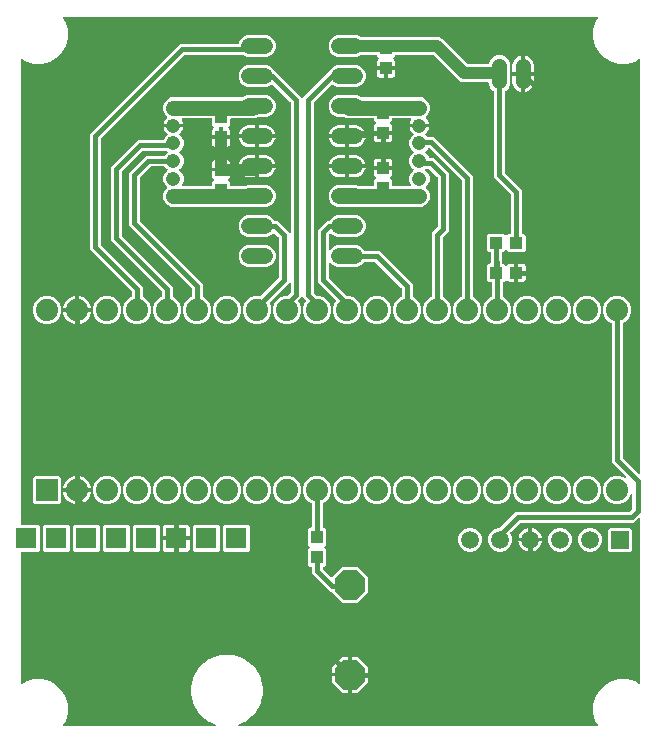
<source format=gbl>
G04 EAGLE Gerber X2 export*
G75*
%MOMM*%
%FSLAX34Y34*%
%LPD*%
%AMOC8*
5,1,8,0,0,1.08239X$1,22.5*%
G01*
%ADD10R,1.000000X1.100000*%
%ADD11C,1.320800*%
%ADD12C,1.308000*%
%ADD13R,1.100000X1.000000*%
%ADD14P,2.749271X8X112.500000*%
%ADD15R,1.879600X1.879600*%
%ADD16C,1.879600*%
%ADD17C,1.508000*%
%ADD18R,1.508000X1.508000*%
%ADD19C,1.208000*%
%ADD20R,1.778000X1.778000*%
%ADD21C,0.406400*%
%ADD22C,1.270000*%
%ADD23C,1.016000*%

G36*
X175480Y10941D02*
X175480Y10941D01*
X175593Y10957D01*
X175601Y10961D01*
X175611Y10962D01*
X175711Y11015D01*
X175813Y11066D01*
X175820Y11073D01*
X175828Y11078D01*
X175906Y11160D01*
X175987Y11241D01*
X175991Y11249D01*
X175997Y11256D01*
X176045Y11359D01*
X176096Y11461D01*
X176097Y11470D01*
X176101Y11479D01*
X176113Y11592D01*
X176129Y11705D01*
X176127Y11714D01*
X176128Y11723D01*
X176104Y11834D01*
X176082Y11946D01*
X176078Y11955D01*
X176076Y11964D01*
X176018Y12061D01*
X175961Y12161D01*
X175954Y12167D01*
X175950Y12175D01*
X175863Y12249D01*
X175779Y12325D01*
X175768Y12330D01*
X175763Y12335D01*
X175740Y12344D01*
X175628Y12399D01*
X174290Y12886D01*
X174267Y12891D01*
X174227Y12906D01*
X173598Y13075D01*
X173359Y13213D01*
X173329Y13224D01*
X173239Y13269D01*
X169840Y14506D01*
X167069Y16831D01*
X167042Y16847D01*
X166977Y16895D01*
X166968Y16902D01*
X166965Y16904D01*
X166960Y16907D01*
X166721Y17045D01*
X166261Y17505D01*
X166241Y17519D01*
X166212Y17550D01*
X161646Y21382D01*
X156297Y30646D01*
X155262Y36516D01*
X155254Y36539D01*
X155248Y36581D01*
X155079Y37209D01*
X155079Y37486D01*
X155074Y37517D01*
X155068Y37618D01*
X154440Y41180D01*
X155068Y44742D01*
X155068Y44773D01*
X155079Y44874D01*
X155079Y45151D01*
X155248Y45779D01*
X155250Y45803D01*
X155262Y45844D01*
X156297Y51714D01*
X161646Y60978D01*
X166212Y64810D01*
X166228Y64828D01*
X166261Y64855D01*
X166721Y65315D01*
X166960Y65453D01*
X166985Y65473D01*
X167069Y65529D01*
X169840Y67854D01*
X173239Y69091D01*
X173266Y69106D01*
X173359Y69147D01*
X173598Y69285D01*
X174227Y69454D01*
X174249Y69464D01*
X174290Y69474D01*
X179892Y71512D01*
X190588Y71512D01*
X196190Y69474D01*
X196214Y69469D01*
X196253Y69454D01*
X196882Y69285D01*
X197121Y69147D01*
X197151Y69136D01*
X197241Y69091D01*
X200640Y67854D01*
X203411Y65529D01*
X203438Y65513D01*
X203520Y65453D01*
X203759Y65315D01*
X204219Y64855D01*
X204239Y64841D01*
X204268Y64810D01*
X208834Y60978D01*
X214183Y51714D01*
X215218Y45844D01*
X215226Y45821D01*
X215232Y45779D01*
X215401Y45151D01*
X215401Y44874D01*
X215406Y44843D01*
X215412Y44742D01*
X216040Y41180D01*
X215412Y37618D01*
X215412Y37587D01*
X215401Y37486D01*
X215401Y37209D01*
X215232Y36581D01*
X215230Y36557D01*
X215218Y36516D01*
X214183Y30646D01*
X208834Y21382D01*
X204268Y17550D01*
X204252Y17532D01*
X204219Y17505D01*
X203759Y17045D01*
X203520Y16907D01*
X203495Y16887D01*
X203470Y16871D01*
X203446Y16858D01*
X203438Y16849D01*
X203411Y16831D01*
X200640Y14506D01*
X197241Y13269D01*
X197214Y13254D01*
X197121Y13213D01*
X196882Y13075D01*
X196253Y12906D01*
X196231Y12896D01*
X196190Y12886D01*
X194852Y12399D01*
X194752Y12343D01*
X194652Y12290D01*
X194646Y12284D01*
X194637Y12279D01*
X194561Y12194D01*
X194483Y12112D01*
X194479Y12104D01*
X194472Y12096D01*
X194427Y11992D01*
X194379Y11889D01*
X194378Y11880D01*
X194374Y11871D01*
X194364Y11757D01*
X194352Y11645D01*
X194354Y11635D01*
X194353Y11626D01*
X194380Y11516D01*
X194404Y11404D01*
X194409Y11396D01*
X194411Y11387D01*
X194472Y11291D01*
X194530Y11193D01*
X194538Y11187D01*
X194543Y11179D01*
X194630Y11107D01*
X194717Y11033D01*
X194726Y11030D01*
X194733Y11024D01*
X194839Y10984D01*
X194945Y10941D01*
X194957Y10940D01*
X194964Y10937D01*
X194987Y10937D01*
X195112Y10923D01*
X498687Y10923D01*
X498781Y10938D01*
X498876Y10947D01*
X498902Y10958D01*
X498930Y10962D01*
X499014Y11007D01*
X499101Y11045D01*
X499122Y11064D01*
X499147Y11078D01*
X499213Y11147D01*
X499283Y11211D01*
X499297Y11235D01*
X499316Y11256D01*
X499357Y11342D01*
X499403Y11426D01*
X499408Y11453D01*
X499420Y11479D01*
X499430Y11574D01*
X499448Y11667D01*
X499444Y11695D01*
X499447Y11723D01*
X499427Y11817D01*
X499413Y11911D01*
X499399Y11943D01*
X499395Y11964D01*
X499378Y11992D01*
X499346Y12065D01*
X497254Y15688D01*
X495539Y22088D01*
X495539Y28712D01*
X497254Y35112D01*
X500566Y40849D01*
X505251Y45534D01*
X510988Y48846D01*
X517388Y50561D01*
X524012Y50561D01*
X530412Y48846D01*
X534035Y46754D01*
X534124Y46720D01*
X534211Y46680D01*
X534239Y46677D01*
X534265Y46667D01*
X534361Y46663D01*
X534455Y46653D01*
X534483Y46659D01*
X534511Y46658D01*
X534603Y46685D01*
X534696Y46705D01*
X534720Y46720D01*
X534747Y46728D01*
X534825Y46783D01*
X534907Y46831D01*
X534925Y46853D01*
X534948Y46869D01*
X535005Y46946D01*
X535067Y47018D01*
X535077Y47045D01*
X535094Y47067D01*
X535123Y47158D01*
X535159Y47246D01*
X535163Y47282D01*
X535169Y47302D01*
X535169Y47334D01*
X535177Y47413D01*
X535177Y186767D01*
X535166Y186837D01*
X535164Y186909D01*
X535146Y186958D01*
X535138Y187009D01*
X535104Y187073D01*
X535079Y187140D01*
X535047Y187181D01*
X535022Y187227D01*
X534970Y187276D01*
X534926Y187332D01*
X534882Y187360D01*
X534844Y187396D01*
X534779Y187426D01*
X534719Y187465D01*
X534668Y187478D01*
X534621Y187500D01*
X534550Y187508D01*
X534480Y187525D01*
X534428Y187521D01*
X534377Y187527D01*
X534306Y187512D01*
X534235Y187506D01*
X534187Y187486D01*
X534136Y187475D01*
X534075Y187438D01*
X534009Y187410D01*
X533953Y187365D01*
X533925Y187348D01*
X533910Y187331D01*
X533878Y187305D01*
X532862Y186289D01*
X529960Y183387D01*
X434009Y183387D01*
X433919Y183373D01*
X433828Y183365D01*
X433799Y183353D01*
X433767Y183348D01*
X433686Y183305D01*
X433602Y183269D01*
X433570Y183243D01*
X433549Y183232D01*
X433527Y183209D01*
X433471Y183164D01*
X425413Y175106D01*
X425368Y175043D01*
X425345Y175020D01*
X425336Y174999D01*
X425275Y174918D01*
X425273Y174912D01*
X425270Y174907D01*
X425236Y174796D01*
X425199Y174684D01*
X425199Y174678D01*
X425197Y174672D01*
X425200Y174555D01*
X425202Y174438D01*
X425204Y174431D01*
X425204Y174426D01*
X425210Y174408D01*
X425248Y174277D01*
X426641Y170915D01*
X426641Y166905D01*
X425106Y163200D01*
X422270Y160364D01*
X418565Y158829D01*
X414555Y158829D01*
X410850Y160364D01*
X408014Y163200D01*
X406479Y166905D01*
X406479Y170915D01*
X408014Y174620D01*
X410850Y177456D01*
X414555Y178991D01*
X416049Y178991D01*
X416139Y179005D01*
X416230Y179013D01*
X416259Y179025D01*
X416291Y179030D01*
X416372Y179073D01*
X416456Y179109D01*
X416488Y179135D01*
X416509Y179146D01*
X416531Y179169D01*
X416587Y179214D01*
X429906Y192533D01*
X525857Y192533D01*
X525947Y192547D01*
X526038Y192555D01*
X526067Y192567D01*
X526099Y192572D01*
X526180Y192615D01*
X526264Y192651D01*
X526296Y192677D01*
X526317Y192688D01*
X526339Y192711D01*
X526395Y192756D01*
X528350Y194711D01*
X528403Y194785D01*
X528463Y194855D01*
X528475Y194885D01*
X528494Y194911D01*
X528521Y194998D01*
X528555Y195083D01*
X528559Y195124D01*
X528566Y195146D01*
X528565Y195178D01*
X528573Y195249D01*
X528573Y207068D01*
X528558Y207164D01*
X528548Y207261D01*
X528538Y207284D01*
X528534Y207310D01*
X528488Y207396D01*
X528448Y207485D01*
X528431Y207505D01*
X528418Y207528D01*
X528348Y207595D01*
X528282Y207666D01*
X528259Y207679D01*
X528240Y207697D01*
X528152Y207738D01*
X528066Y207785D01*
X528041Y207790D01*
X528017Y207801D01*
X527920Y207811D01*
X527824Y207829D01*
X527798Y207825D01*
X527773Y207828D01*
X527677Y207807D01*
X527581Y207793D01*
X527558Y207781D01*
X527532Y207775D01*
X527449Y207726D01*
X527362Y207681D01*
X527343Y207663D01*
X527321Y207649D01*
X527258Y207575D01*
X527190Y207506D01*
X527174Y207477D01*
X527161Y207462D01*
X527149Y207432D01*
X527109Y207359D01*
X525741Y204057D01*
X522383Y200699D01*
X517995Y198881D01*
X513245Y198881D01*
X508857Y200699D01*
X505499Y204057D01*
X503681Y208445D01*
X503681Y213195D01*
X505499Y217583D01*
X508857Y220941D01*
X513245Y222759D01*
X517995Y222759D01*
X522345Y220957D01*
X522440Y220934D01*
X522533Y220906D01*
X522559Y220906D01*
X522585Y220900D01*
X522682Y220910D01*
X522779Y220912D01*
X522804Y220921D01*
X522830Y220924D01*
X522918Y220963D01*
X523010Y220997D01*
X523031Y221013D01*
X523054Y221024D01*
X523126Y221089D01*
X523202Y221150D01*
X523216Y221172D01*
X523236Y221190D01*
X523283Y221275D01*
X523335Y221357D01*
X523342Y221383D01*
X523354Y221405D01*
X523371Y221501D01*
X523395Y221596D01*
X523393Y221622D01*
X523398Y221648D01*
X523384Y221744D01*
X523376Y221841D01*
X523366Y221865D01*
X523362Y221891D01*
X523318Y221978D01*
X523280Y222067D01*
X523259Y222093D01*
X523251Y222110D01*
X523227Y222133D01*
X523175Y222198D01*
X511047Y234326D01*
X511047Y351683D01*
X511028Y351798D01*
X511011Y351914D01*
X511009Y351920D01*
X511008Y351926D01*
X510953Y352028D01*
X510900Y352133D01*
X510895Y352138D01*
X510892Y352143D01*
X510809Y352223D01*
X510724Y352305D01*
X510718Y352309D01*
X510714Y352313D01*
X510697Y352320D01*
X510577Y352386D01*
X508857Y353099D01*
X505499Y356457D01*
X503681Y360845D01*
X503681Y365595D01*
X505499Y369983D01*
X508857Y373341D01*
X513245Y375159D01*
X517995Y375159D01*
X522383Y373341D01*
X525741Y369983D01*
X527559Y365595D01*
X527559Y360845D01*
X525741Y356457D01*
X522383Y353099D01*
X520663Y352386D01*
X520563Y352325D01*
X520463Y352265D01*
X520459Y352260D01*
X520454Y352257D01*
X520379Y352167D01*
X520303Y352078D01*
X520301Y352072D01*
X520297Y352067D01*
X520255Y351959D01*
X520211Y351850D01*
X520210Y351842D01*
X520209Y351838D01*
X520208Y351819D01*
X520193Y351683D01*
X520193Y238429D01*
X520207Y238339D01*
X520215Y238248D01*
X520227Y238219D01*
X520232Y238187D01*
X520275Y238106D01*
X520311Y238022D01*
X520337Y237990D01*
X520348Y237969D01*
X520371Y237947D01*
X520416Y237891D01*
X533878Y224429D01*
X533936Y224387D01*
X533988Y224338D01*
X534035Y224316D01*
X534077Y224286D01*
X534146Y224264D01*
X534211Y224234D01*
X534263Y224228D01*
X534313Y224213D01*
X534384Y224215D01*
X534455Y224207D01*
X534506Y224218D01*
X534558Y224220D01*
X534626Y224244D01*
X534696Y224259D01*
X534741Y224286D01*
X534789Y224304D01*
X534845Y224349D01*
X534907Y224386D01*
X534941Y224425D01*
X534981Y224458D01*
X535020Y224518D01*
X535067Y224572D01*
X535086Y224621D01*
X535114Y224665D01*
X535132Y224734D01*
X535159Y224801D01*
X535167Y224872D01*
X535175Y224903D01*
X535173Y224926D01*
X535177Y224967D01*
X535177Y574887D01*
X535162Y574981D01*
X535153Y575076D01*
X535142Y575102D01*
X535138Y575130D01*
X535093Y575214D01*
X535055Y575301D01*
X535036Y575322D01*
X535022Y575347D01*
X534953Y575413D01*
X534889Y575483D01*
X534865Y575497D01*
X534844Y575516D01*
X534758Y575557D01*
X534674Y575603D01*
X534647Y575608D01*
X534621Y575620D01*
X534526Y575630D01*
X534433Y575648D01*
X534405Y575644D01*
X534377Y575647D01*
X534283Y575627D01*
X534189Y575613D01*
X534157Y575599D01*
X534136Y575595D01*
X534108Y575578D01*
X534035Y575546D01*
X530412Y573454D01*
X524012Y571739D01*
X517388Y571739D01*
X510988Y573454D01*
X505251Y576766D01*
X500566Y581451D01*
X497254Y587188D01*
X495539Y593588D01*
X495539Y600212D01*
X497254Y606612D01*
X499346Y610235D01*
X499380Y610324D01*
X499420Y610411D01*
X499423Y610439D01*
X499433Y610465D01*
X499437Y610561D01*
X499447Y610655D01*
X499441Y610683D01*
X499442Y610711D01*
X499415Y610803D01*
X499395Y610896D01*
X499380Y610920D01*
X499372Y610947D01*
X499317Y611025D01*
X499269Y611107D01*
X499247Y611125D01*
X499231Y611148D01*
X499154Y611205D01*
X499082Y611267D01*
X499055Y611277D01*
X499033Y611294D01*
X498942Y611323D01*
X498854Y611359D01*
X498818Y611363D01*
X498798Y611369D01*
X498766Y611369D01*
X498687Y611377D01*
X47413Y611377D01*
X47319Y611362D01*
X47224Y611353D01*
X47198Y611342D01*
X47170Y611338D01*
X47086Y611293D01*
X46999Y611255D01*
X46978Y611236D01*
X46953Y611222D01*
X46887Y611153D01*
X46817Y611089D01*
X46803Y611065D01*
X46784Y611044D01*
X46743Y610958D01*
X46697Y610874D01*
X46692Y610847D01*
X46680Y610821D01*
X46670Y610726D01*
X46652Y610633D01*
X46656Y610605D01*
X46653Y610577D01*
X46673Y610483D01*
X46687Y610389D01*
X46701Y610357D01*
X46705Y610336D01*
X46722Y610308D01*
X46754Y610235D01*
X48846Y606612D01*
X50561Y600212D01*
X50561Y593588D01*
X48846Y587188D01*
X45534Y581451D01*
X40849Y576766D01*
X35112Y573454D01*
X28712Y571739D01*
X22088Y571739D01*
X15688Y573454D01*
X12065Y575546D01*
X11976Y575580D01*
X11889Y575620D01*
X11861Y575623D01*
X11835Y575633D01*
X11739Y575637D01*
X11645Y575647D01*
X11617Y575641D01*
X11589Y575642D01*
X11497Y575615D01*
X11404Y575595D01*
X11380Y575580D01*
X11353Y575572D01*
X11275Y575517D01*
X11193Y575469D01*
X11175Y575447D01*
X11152Y575431D01*
X11095Y575354D01*
X11033Y575282D01*
X11023Y575255D01*
X11006Y575233D01*
X10977Y575142D01*
X10941Y575054D01*
X10937Y575018D01*
X10931Y574998D01*
X10931Y574966D01*
X10923Y574887D01*
X10923Y182372D01*
X10926Y182352D01*
X10924Y182333D01*
X10946Y182231D01*
X10962Y182129D01*
X10972Y182112D01*
X10976Y182092D01*
X11029Y182003D01*
X11078Y181912D01*
X11092Y181898D01*
X11102Y181881D01*
X11181Y181814D01*
X11256Y181742D01*
X11274Y181734D01*
X11289Y181721D01*
X11385Y181682D01*
X11479Y181639D01*
X11499Y181637D01*
X11517Y181629D01*
X11684Y181611D01*
X25182Y181611D01*
X26671Y180122D01*
X26671Y160238D01*
X25182Y158749D01*
X11684Y158749D01*
X11664Y158746D01*
X11645Y158748D01*
X11543Y158726D01*
X11441Y158710D01*
X11424Y158700D01*
X11404Y158696D01*
X11315Y158643D01*
X11224Y158594D01*
X11210Y158580D01*
X11193Y158570D01*
X11126Y158491D01*
X11054Y158416D01*
X11046Y158398D01*
X11033Y158383D01*
X10994Y158287D01*
X10951Y158193D01*
X10949Y158173D01*
X10941Y158155D01*
X10923Y157988D01*
X10923Y47413D01*
X10938Y47319D01*
X10947Y47224D01*
X10958Y47198D01*
X10962Y47170D01*
X11007Y47086D01*
X11045Y46999D01*
X11064Y46978D01*
X11078Y46953D01*
X11147Y46887D01*
X11211Y46817D01*
X11235Y46803D01*
X11256Y46784D01*
X11342Y46743D01*
X11426Y46697D01*
X11453Y46692D01*
X11479Y46680D01*
X11574Y46670D01*
X11667Y46652D01*
X11695Y46656D01*
X11723Y46653D01*
X11817Y46673D01*
X11911Y46687D01*
X11943Y46701D01*
X11964Y46705D01*
X11992Y46722D01*
X12065Y46754D01*
X15688Y48846D01*
X22088Y50561D01*
X28712Y50561D01*
X35112Y48846D01*
X40849Y45534D01*
X45534Y40849D01*
X48846Y35112D01*
X50561Y28712D01*
X50561Y22088D01*
X48846Y15688D01*
X46754Y12065D01*
X46720Y11976D01*
X46680Y11889D01*
X46677Y11861D01*
X46667Y11835D01*
X46663Y11739D01*
X46653Y11645D01*
X46659Y11617D01*
X46658Y11589D01*
X46685Y11497D01*
X46705Y11404D01*
X46720Y11380D01*
X46728Y11353D01*
X46783Y11275D01*
X46831Y11193D01*
X46853Y11175D01*
X46869Y11152D01*
X46946Y11095D01*
X47018Y11033D01*
X47045Y11023D01*
X47067Y11006D01*
X47158Y10977D01*
X47246Y10941D01*
X47282Y10937D01*
X47302Y10931D01*
X47334Y10931D01*
X47413Y10923D01*
X175368Y10923D01*
X175480Y10941D01*
G37*
%LPC*%
G36*
X132245Y351281D02*
X132245Y351281D01*
X127857Y353099D01*
X124499Y356457D01*
X122681Y360845D01*
X122681Y365595D01*
X124499Y369983D01*
X127857Y373341D01*
X129577Y374054D01*
X129677Y374115D01*
X129777Y374175D01*
X129781Y374180D01*
X129786Y374183D01*
X129861Y374273D01*
X129937Y374362D01*
X129939Y374368D01*
X129943Y374373D01*
X129985Y374481D01*
X130029Y374590D01*
X130030Y374598D01*
X130031Y374602D01*
X130032Y374621D01*
X130047Y374757D01*
X130047Y378791D01*
X130033Y378881D01*
X130025Y378972D01*
X130013Y379001D01*
X130008Y379033D01*
X129965Y379114D01*
X129929Y379198D01*
X129903Y379230D01*
X129892Y379251D01*
X129869Y379273D01*
X129824Y379329D01*
X86867Y422286D01*
X86867Y484494D01*
X109866Y507493D01*
X131443Y507493D01*
X131558Y507512D01*
X131674Y507529D01*
X131680Y507531D01*
X131686Y507532D01*
X131788Y507587D01*
X131893Y507640D01*
X131898Y507645D01*
X131903Y507648D01*
X131983Y507732D01*
X132066Y507816D01*
X132069Y507822D01*
X132073Y507826D01*
X132081Y507843D01*
X132147Y507963D01*
X132726Y509361D01*
X134875Y511510D01*
X134930Y511587D01*
X134991Y511659D01*
X135002Y511686D01*
X135019Y511710D01*
X135046Y511800D01*
X135081Y511888D01*
X135082Y511917D01*
X135091Y511945D01*
X135089Y512039D01*
X135093Y512133D01*
X135085Y512162D01*
X135085Y512191D01*
X135052Y512279D01*
X135027Y512370D01*
X135010Y512394D01*
X135000Y512422D01*
X134941Y512496D01*
X134888Y512573D01*
X134860Y512597D01*
X134847Y512614D01*
X134819Y512632D01*
X134760Y512681D01*
X134530Y512835D01*
X133335Y514030D01*
X132396Y515435D01*
X131749Y516997D01*
X131554Y517977D01*
X139238Y517977D01*
X139258Y517980D01*
X139277Y517978D01*
X139379Y518000D01*
X139481Y518017D01*
X139498Y518026D01*
X139518Y518030D01*
X139607Y518083D01*
X139698Y518132D01*
X139712Y518146D01*
X139729Y518156D01*
X139796Y518235D01*
X139867Y518310D01*
X139876Y518328D01*
X139889Y518343D01*
X139927Y518439D01*
X139971Y518533D01*
X139973Y518553D01*
X139981Y518571D01*
X139999Y518738D01*
X139999Y520262D01*
X139996Y520282D01*
X139998Y520301D01*
X139976Y520403D01*
X139959Y520505D01*
X139950Y520522D01*
X139946Y520542D01*
X139893Y520631D01*
X139844Y520722D01*
X139830Y520736D01*
X139820Y520753D01*
X139741Y520820D01*
X139666Y520891D01*
X139648Y520900D01*
X139633Y520913D01*
X139537Y520952D01*
X139443Y520995D01*
X139423Y520997D01*
X139405Y521005D01*
X139238Y521023D01*
X131554Y521023D01*
X131749Y522003D01*
X132396Y523565D01*
X133335Y524970D01*
X134583Y526218D01*
X134588Y526225D01*
X134640Y526266D01*
X134655Y526291D01*
X134677Y526311D01*
X134722Y526394D01*
X134773Y526473D01*
X134780Y526502D01*
X134794Y526527D01*
X134810Y526620D01*
X134833Y526712D01*
X134830Y526741D01*
X134835Y526770D01*
X134821Y526863D01*
X134814Y526957D01*
X134802Y526984D01*
X134798Y527013D01*
X134754Y527097D01*
X134717Y527183D01*
X134694Y527212D01*
X134684Y527231D01*
X134661Y527254D01*
X134612Y527314D01*
X132463Y529464D01*
X131109Y532732D01*
X131109Y536268D01*
X132463Y539536D01*
X134964Y542037D01*
X138232Y543391D01*
X198419Y543391D01*
X198509Y543405D01*
X198600Y543413D01*
X198630Y543425D01*
X198662Y543430D01*
X198742Y543473D01*
X198826Y543509D01*
X198858Y543535D01*
X198879Y543546D01*
X198901Y543569D01*
X198957Y543614D01*
X199036Y543693D01*
X202397Y545085D01*
X219243Y545085D01*
X222604Y543693D01*
X225177Y541120D01*
X226569Y537759D01*
X226569Y534121D01*
X225177Y530760D01*
X222604Y528187D01*
X219243Y526795D01*
X211810Y526795D01*
X211763Y526787D01*
X211714Y526789D01*
X211590Y526759D01*
X211568Y526756D01*
X211562Y526752D01*
X211551Y526750D01*
X210071Y526214D01*
X210060Y526208D01*
X210039Y526202D01*
X208608Y525609D01*
X208532Y525609D01*
X208485Y525601D01*
X208436Y525603D01*
X208312Y525573D01*
X208290Y525570D01*
X208284Y525566D01*
X208273Y525564D01*
X208202Y525538D01*
X206655Y525608D01*
X206641Y525607D01*
X206620Y525609D01*
X188662Y525609D01*
X188547Y525590D01*
X188431Y525573D01*
X188425Y525571D01*
X188419Y525570D01*
X188317Y525515D01*
X188212Y525462D01*
X188207Y525457D01*
X188202Y525454D01*
X188122Y525370D01*
X188040Y525286D01*
X188036Y525280D01*
X188033Y525276D01*
X188025Y525259D01*
X187959Y525139D01*
X187939Y525091D01*
X187931Y525057D01*
X187929Y525053D01*
X187928Y525046D01*
X187924Y525027D01*
X187899Y524966D01*
X187890Y524883D01*
X187883Y524851D01*
X187884Y524832D01*
X187881Y524800D01*
X187881Y520108D01*
X186376Y518602D01*
X186307Y518507D01*
X186236Y518410D01*
X186234Y518406D01*
X186232Y518403D01*
X186197Y518290D01*
X186161Y518176D01*
X186161Y518172D01*
X186160Y518168D01*
X186163Y518049D01*
X186165Y517930D01*
X186166Y517926D01*
X186166Y517922D01*
X186207Y517810D01*
X186246Y517698D01*
X186249Y517695D01*
X186250Y517691D01*
X186325Y517597D01*
X186398Y517504D01*
X186402Y517501D01*
X186404Y517499D01*
X186416Y517491D01*
X186533Y517405D01*
X186900Y517193D01*
X187373Y516720D01*
X187708Y516141D01*
X187881Y515494D01*
X187881Y511183D01*
X181863Y511183D01*
X181863Y517858D01*
X181860Y517878D01*
X181862Y517897D01*
X181840Y517999D01*
X181823Y518101D01*
X181814Y518118D01*
X181810Y518138D01*
X181757Y518227D01*
X181708Y518318D01*
X181694Y518332D01*
X181684Y518349D01*
X181605Y518416D01*
X181530Y518488D01*
X181512Y518496D01*
X181497Y518509D01*
X181401Y518548D01*
X181307Y518591D01*
X181287Y518593D01*
X181269Y518601D01*
X181102Y518619D01*
X179578Y518619D01*
X179558Y518616D01*
X179539Y518618D01*
X179437Y518596D01*
X179335Y518580D01*
X179318Y518570D01*
X179298Y518566D01*
X179209Y518513D01*
X179118Y518464D01*
X179104Y518450D01*
X179087Y518440D01*
X179020Y518361D01*
X178949Y518286D01*
X178940Y518268D01*
X178927Y518253D01*
X178888Y518157D01*
X178845Y518063D01*
X178843Y518043D01*
X178835Y518025D01*
X178817Y517858D01*
X178817Y511183D01*
X172799Y511183D01*
X172799Y515494D01*
X172972Y516141D01*
X173307Y516720D01*
X173780Y517193D01*
X174147Y517405D01*
X174240Y517481D01*
X174332Y517554D01*
X174334Y517558D01*
X174337Y517561D01*
X174400Y517661D01*
X174465Y517761D01*
X174466Y517765D01*
X174468Y517769D01*
X174496Y517885D01*
X174525Y518000D01*
X174524Y518004D01*
X174525Y518008D01*
X174515Y518127D01*
X174506Y518245D01*
X174504Y518249D01*
X174504Y518253D01*
X174456Y518362D01*
X174409Y518471D01*
X174406Y518475D01*
X174405Y518478D01*
X174395Y518489D01*
X174304Y518602D01*
X172799Y520108D01*
X172799Y524800D01*
X172789Y524864D01*
X172788Y524930D01*
X172765Y525010D01*
X172760Y525042D01*
X172750Y525059D01*
X172741Y525091D01*
X172721Y525139D01*
X172659Y525239D01*
X172600Y525339D01*
X172595Y525343D01*
X172592Y525348D01*
X172501Y525423D01*
X172413Y525499D01*
X172407Y525501D01*
X172402Y525505D01*
X172294Y525547D01*
X172185Y525591D01*
X172177Y525592D01*
X172173Y525593D01*
X172154Y525594D01*
X172018Y525609D01*
X147662Y525609D01*
X147544Y525590D01*
X147425Y525571D01*
X147422Y525570D01*
X147419Y525570D01*
X147314Y525514D01*
X147207Y525458D01*
X147205Y525456D01*
X147202Y525454D01*
X147118Y525366D01*
X147036Y525281D01*
X147035Y525278D01*
X147033Y525276D01*
X146982Y525167D01*
X146931Y525059D01*
X146930Y525056D01*
X146929Y525053D01*
X146916Y524935D01*
X146902Y524815D01*
X146902Y524812D01*
X146902Y524809D01*
X146927Y524692D01*
X146952Y524574D01*
X146954Y524571D01*
X146954Y524568D01*
X146960Y524559D01*
X147029Y524425D01*
X147604Y523565D01*
X148251Y522003D01*
X148446Y521023D01*
X140762Y521023D01*
X140742Y521020D01*
X140723Y521022D01*
X140621Y521000D01*
X140519Y520983D01*
X140502Y520974D01*
X140482Y520970D01*
X140393Y520917D01*
X140302Y520868D01*
X140288Y520854D01*
X140271Y520844D01*
X140204Y520765D01*
X140133Y520690D01*
X140124Y520672D01*
X140111Y520657D01*
X140073Y520561D01*
X140029Y520467D01*
X140027Y520447D01*
X140019Y520429D01*
X140001Y520262D01*
X140001Y518738D01*
X140004Y518718D01*
X140002Y518699D01*
X140024Y518597D01*
X140041Y518495D01*
X140050Y518478D01*
X140054Y518458D01*
X140107Y518369D01*
X140156Y518278D01*
X140170Y518264D01*
X140180Y518247D01*
X140259Y518180D01*
X140334Y518109D01*
X140352Y518100D01*
X140367Y518087D01*
X140463Y518048D01*
X140557Y518005D01*
X140577Y518003D01*
X140595Y517995D01*
X140762Y517977D01*
X148446Y517977D01*
X148251Y516997D01*
X147604Y515435D01*
X146665Y514030D01*
X145470Y512835D01*
X145240Y512681D01*
X145171Y512617D01*
X145098Y512558D01*
X145082Y512534D01*
X145060Y512514D01*
X145016Y512431D01*
X144965Y512351D01*
X144957Y512323D01*
X144944Y512297D01*
X144928Y512204D01*
X144905Y512113D01*
X144907Y512084D01*
X144902Y512055D01*
X144916Y511962D01*
X144924Y511867D01*
X144935Y511841D01*
X144940Y511812D01*
X144983Y511728D01*
X145020Y511641D01*
X145043Y511612D01*
X145053Y511593D01*
X145077Y511571D01*
X145125Y511510D01*
X147274Y509361D01*
X148581Y506207D01*
X148581Y502793D01*
X147274Y499639D01*
X145173Y497538D01*
X145162Y497522D01*
X145146Y497510D01*
X145090Y497422D01*
X145030Y497339D01*
X145024Y497320D01*
X145013Y497303D01*
X144988Y497202D01*
X144957Y497103D01*
X144958Y497084D01*
X144953Y497064D01*
X144961Y496961D01*
X144964Y496858D01*
X144971Y496839D01*
X144972Y496819D01*
X145013Y496724D01*
X145048Y496627D01*
X145061Y496611D01*
X145068Y496593D01*
X145173Y496462D01*
X147274Y494361D01*
X148581Y491207D01*
X148581Y487793D01*
X147274Y484639D01*
X145173Y482538D01*
X145162Y482522D01*
X145146Y482510D01*
X145090Y482422D01*
X145030Y482339D01*
X145024Y482320D01*
X145013Y482303D01*
X144988Y482202D01*
X144957Y482103D01*
X144958Y482084D01*
X144953Y482064D01*
X144961Y481961D01*
X144964Y481858D01*
X144971Y481839D01*
X144972Y481819D01*
X145013Y481724D01*
X145048Y481627D01*
X145061Y481611D01*
X145068Y481593D01*
X145173Y481462D01*
X147274Y479361D01*
X148581Y476207D01*
X148581Y472793D01*
X147262Y469610D01*
X147234Y469580D01*
X147212Y469533D01*
X147182Y469491D01*
X147161Y469422D01*
X147130Y469357D01*
X147125Y469305D01*
X147109Y469256D01*
X147111Y469184D01*
X147103Y469113D01*
X147114Y469062D01*
X147116Y469010D01*
X147140Y468942D01*
X147156Y468872D01*
X147182Y468828D01*
X147200Y468779D01*
X147245Y468723D01*
X147282Y468661D01*
X147321Y468627D01*
X147354Y468587D01*
X147414Y468548D01*
X147469Y468501D01*
X147517Y468482D01*
X147561Y468454D01*
X147630Y468436D01*
X147697Y468409D01*
X147768Y468401D01*
X147799Y468393D01*
X147823Y468395D01*
X147864Y468391D01*
X172038Y468391D01*
X172058Y468394D01*
X172077Y468392D01*
X172179Y468414D01*
X172281Y468430D01*
X172298Y468440D01*
X172318Y468444D01*
X172407Y468497D01*
X172498Y468546D01*
X172512Y468560D01*
X172529Y468570D01*
X172596Y468649D01*
X172668Y468724D01*
X172676Y468742D01*
X172689Y468757D01*
X172728Y468853D01*
X172771Y468947D01*
X172773Y468967D01*
X172781Y468985D01*
X172799Y469152D01*
X172799Y471762D01*
X174304Y473268D01*
X174373Y473363D01*
X174444Y473460D01*
X174446Y473464D01*
X174448Y473467D01*
X174483Y473580D01*
X174519Y473694D01*
X174519Y473698D01*
X174520Y473702D01*
X174517Y473821D01*
X174515Y473940D01*
X174514Y473944D01*
X174514Y473948D01*
X174473Y474060D01*
X174434Y474172D01*
X174431Y474175D01*
X174430Y474179D01*
X174355Y474273D01*
X174282Y474366D01*
X174278Y474369D01*
X174276Y474371D01*
X174264Y474379D01*
X174147Y474465D01*
X173780Y474677D01*
X173307Y475150D01*
X172972Y475729D01*
X172799Y476376D01*
X172799Y480687D01*
X179578Y480687D01*
X179598Y480690D01*
X179617Y480688D01*
X179719Y480710D01*
X179821Y480727D01*
X179838Y480736D01*
X179858Y480740D01*
X179947Y480793D01*
X180038Y480842D01*
X180052Y480856D01*
X180069Y480866D01*
X180136Y480945D01*
X180207Y481020D01*
X180216Y481038D01*
X180229Y481053D01*
X180268Y481149D01*
X180311Y481243D01*
X180313Y481263D01*
X180321Y481281D01*
X180339Y481448D01*
X180339Y482211D01*
X180341Y482211D01*
X180341Y481448D01*
X180344Y481428D01*
X180342Y481409D01*
X180364Y481307D01*
X180381Y481205D01*
X180390Y481188D01*
X180394Y481168D01*
X180447Y481079D01*
X180496Y480988D01*
X180510Y480974D01*
X180520Y480957D01*
X180599Y480890D01*
X180674Y480819D01*
X180692Y480810D01*
X180707Y480797D01*
X180803Y480758D01*
X180897Y480715D01*
X180917Y480713D01*
X180935Y480705D01*
X181102Y480687D01*
X187881Y480687D01*
X187881Y476376D01*
X187708Y475729D01*
X187373Y475150D01*
X186900Y474677D01*
X186533Y474465D01*
X186440Y474389D01*
X186348Y474316D01*
X186346Y474312D01*
X186343Y474309D01*
X186279Y474208D01*
X186215Y474109D01*
X186214Y474105D01*
X186212Y474101D01*
X186184Y473985D01*
X186155Y473870D01*
X186156Y473866D01*
X186155Y473862D01*
X186165Y473743D01*
X186174Y473625D01*
X186176Y473621D01*
X186176Y473617D01*
X186224Y473507D01*
X186271Y473399D01*
X186274Y473395D01*
X186275Y473392D01*
X186285Y473381D01*
X186376Y473268D01*
X187881Y471762D01*
X187881Y469152D01*
X187884Y469132D01*
X187882Y469113D01*
X187904Y469011D01*
X187920Y468909D01*
X187930Y468892D01*
X187934Y468872D01*
X187987Y468783D01*
X188036Y468692D01*
X188050Y468678D01*
X188060Y468661D01*
X188139Y468594D01*
X188214Y468522D01*
X188232Y468514D01*
X188247Y468501D01*
X188343Y468462D01*
X188437Y468419D01*
X188457Y468417D01*
X188475Y468409D01*
X188642Y468391D01*
X201053Y468391D01*
X201118Y468401D01*
X201183Y468402D01*
X201263Y468425D01*
X201296Y468430D01*
X201313Y468440D01*
X201344Y468449D01*
X202397Y468885D01*
X219243Y468885D01*
X222604Y467493D01*
X225177Y464920D01*
X226569Y461559D01*
X226569Y457921D01*
X225177Y454560D01*
X222604Y451987D01*
X219243Y450595D01*
X208294Y450595D01*
X208270Y450591D01*
X208228Y450592D01*
X207043Y450490D01*
X206823Y450560D01*
X206790Y450564D01*
X206760Y450577D01*
X206593Y450595D01*
X202338Y450595D01*
X202296Y450600D01*
X202264Y450607D01*
X202244Y450606D01*
X202212Y450609D01*
X138232Y450609D01*
X134964Y451963D01*
X132463Y454464D01*
X131109Y457732D01*
X131109Y461268D01*
X132463Y464536D01*
X134608Y466681D01*
X134619Y466697D01*
X134635Y466710D01*
X134691Y466797D01*
X134751Y466881D01*
X134757Y466900D01*
X134768Y466916D01*
X134793Y467017D01*
X134823Y467116D01*
X134823Y467136D01*
X134828Y467155D01*
X134820Y467258D01*
X134817Y467362D01*
X134810Y467380D01*
X134809Y467400D01*
X134768Y467495D01*
X134733Y467593D01*
X134720Y467608D01*
X134712Y467627D01*
X134608Y467757D01*
X132726Y469639D01*
X131419Y472793D01*
X131419Y476207D01*
X132726Y479361D01*
X134827Y481462D01*
X134838Y481478D01*
X134854Y481490D01*
X134910Y481578D01*
X134970Y481661D01*
X134976Y481680D01*
X134987Y481697D01*
X135012Y481798D01*
X135043Y481897D01*
X135042Y481916D01*
X135047Y481936D01*
X135039Y482039D01*
X135036Y482142D01*
X135029Y482161D01*
X135028Y482181D01*
X134987Y482276D01*
X134952Y482373D01*
X134939Y482389D01*
X134932Y482407D01*
X134827Y482538D01*
X132661Y484704D01*
X132587Y484757D01*
X132517Y484817D01*
X132487Y484829D01*
X132461Y484848D01*
X132374Y484875D01*
X132289Y484909D01*
X132248Y484913D01*
X132226Y484920D01*
X132194Y484919D01*
X132122Y484927D01*
X120869Y484927D01*
X120779Y484913D01*
X120688Y484905D01*
X120659Y484893D01*
X120627Y484888D01*
X120546Y484845D01*
X120462Y484809D01*
X120430Y484783D01*
X120409Y484772D01*
X120387Y484749D01*
X120331Y484704D01*
X111476Y475849D01*
X111423Y475775D01*
X111363Y475705D01*
X111351Y475675D01*
X111332Y475649D01*
X111305Y475562D01*
X111271Y475477D01*
X111267Y475436D01*
X111260Y475414D01*
X111261Y475382D01*
X111253Y475311D01*
X111253Y439089D01*
X111267Y438999D01*
X111275Y438908D01*
X111287Y438879D01*
X111292Y438847D01*
X111335Y438766D01*
X111371Y438682D01*
X111397Y438650D01*
X111408Y438629D01*
X111431Y438607D01*
X111476Y438551D01*
X164593Y385434D01*
X164593Y374757D01*
X164612Y374642D01*
X164629Y374526D01*
X164631Y374520D01*
X164632Y374514D01*
X164687Y374412D01*
X164740Y374307D01*
X164745Y374302D01*
X164748Y374297D01*
X164832Y374217D01*
X164916Y374135D01*
X164922Y374131D01*
X164926Y374127D01*
X164943Y374120D01*
X165063Y374054D01*
X166783Y373341D01*
X170141Y369983D01*
X171959Y365595D01*
X171959Y360845D01*
X170141Y356457D01*
X166783Y353099D01*
X162395Y351281D01*
X157645Y351281D01*
X153257Y353099D01*
X149899Y356457D01*
X148081Y360845D01*
X148081Y365595D01*
X149899Y369983D01*
X153257Y373341D01*
X154977Y374054D01*
X155077Y374115D01*
X155177Y374175D01*
X155181Y374180D01*
X155186Y374183D01*
X155261Y374273D01*
X155337Y374362D01*
X155339Y374368D01*
X155343Y374373D01*
X155385Y374481D01*
X155429Y374590D01*
X155430Y374598D01*
X155431Y374602D01*
X155432Y374621D01*
X155447Y374757D01*
X155447Y381331D01*
X155433Y381421D01*
X155425Y381512D01*
X155413Y381541D01*
X155408Y381573D01*
X155365Y381654D01*
X155329Y381738D01*
X155303Y381770D01*
X155292Y381791D01*
X155269Y381813D01*
X155224Y381869D01*
X102107Y434986D01*
X102107Y479414D01*
X116766Y494073D01*
X132122Y494073D01*
X132213Y494087D01*
X132303Y494095D01*
X132333Y494107D01*
X132365Y494112D01*
X132446Y494155D01*
X132530Y494191D01*
X132562Y494217D01*
X132583Y494228D01*
X132605Y494251D01*
X132661Y494296D01*
X134827Y496462D01*
X134838Y496478D01*
X134854Y496490D01*
X134910Y496578D01*
X134970Y496661D01*
X134976Y496680D01*
X134987Y496697D01*
X135012Y496798D01*
X135043Y496897D01*
X135042Y496916D01*
X135047Y496936D01*
X135039Y497039D01*
X135036Y497142D01*
X135029Y497161D01*
X135028Y497181D01*
X134988Y497276D01*
X134952Y497373D01*
X134939Y497389D01*
X134932Y497407D01*
X134827Y497538D01*
X134241Y498124D01*
X134167Y498177D01*
X134097Y498237D01*
X134067Y498249D01*
X134041Y498268D01*
X133954Y498295D01*
X133869Y498329D01*
X133828Y498333D01*
X133806Y498340D01*
X133774Y498339D01*
X133702Y498347D01*
X113969Y498347D01*
X113879Y498333D01*
X113788Y498325D01*
X113759Y498313D01*
X113727Y498308D01*
X113646Y498265D01*
X113562Y498229D01*
X113530Y498203D01*
X113509Y498192D01*
X113487Y498169D01*
X113431Y498124D01*
X96236Y480929D01*
X96183Y480855D01*
X96123Y480785D01*
X96111Y480755D01*
X96092Y480729D01*
X96065Y480642D01*
X96031Y480557D01*
X96027Y480516D01*
X96020Y480494D01*
X96021Y480462D01*
X96013Y480391D01*
X96013Y426389D01*
X96027Y426299D01*
X96035Y426208D01*
X96047Y426179D01*
X96052Y426147D01*
X96095Y426066D01*
X96131Y425982D01*
X96157Y425950D01*
X96168Y425929D01*
X96191Y425907D01*
X96236Y425851D01*
X139193Y382894D01*
X139193Y374757D01*
X139212Y374642D01*
X139229Y374526D01*
X139231Y374520D01*
X139232Y374514D01*
X139287Y374412D01*
X139340Y374307D01*
X139345Y374302D01*
X139348Y374297D01*
X139432Y374217D01*
X139516Y374135D01*
X139522Y374131D01*
X139526Y374127D01*
X139543Y374120D01*
X139663Y374054D01*
X141383Y373341D01*
X144741Y369983D01*
X146559Y365595D01*
X146559Y360845D01*
X144741Y356457D01*
X141383Y353099D01*
X136995Y351281D01*
X132245Y351281D01*
G37*
%LPD*%
%LPC*%
G36*
X360845Y351281D02*
X360845Y351281D01*
X356457Y353099D01*
X353099Y356457D01*
X351281Y360845D01*
X351281Y365595D01*
X353099Y369983D01*
X356457Y373341D01*
X358177Y374054D01*
X358277Y374115D01*
X358377Y374175D01*
X358381Y374180D01*
X358386Y374183D01*
X358461Y374273D01*
X358537Y374362D01*
X358539Y374368D01*
X358543Y374373D01*
X358585Y374481D01*
X358629Y374590D01*
X358630Y374598D01*
X358631Y374602D01*
X358632Y374621D01*
X358647Y374757D01*
X358647Y428614D01*
X363504Y433471D01*
X363557Y433545D01*
X363617Y433615D01*
X363629Y433645D01*
X363648Y433671D01*
X363675Y433758D01*
X363709Y433843D01*
X363713Y433884D01*
X363720Y433906D01*
X363719Y433938D01*
X363727Y434009D01*
X363727Y475311D01*
X363726Y475320D01*
X363726Y475325D01*
X363721Y475349D01*
X363713Y475401D01*
X363705Y475492D01*
X363693Y475521D01*
X363688Y475553D01*
X363645Y475634D01*
X363609Y475718D01*
X363583Y475750D01*
X363572Y475771D01*
X363549Y475793D01*
X363504Y475849D01*
X356469Y482884D01*
X356395Y482937D01*
X356325Y482997D01*
X356295Y483009D01*
X356269Y483028D01*
X356182Y483055D01*
X356097Y483089D01*
X356056Y483093D01*
X356034Y483100D01*
X356002Y483099D01*
X355931Y483107D01*
X354338Y483107D01*
X354248Y483093D01*
X354157Y483085D01*
X354127Y483073D01*
X354095Y483068D01*
X354014Y483025D01*
X353930Y482989D01*
X353898Y482963D01*
X353877Y482952D01*
X353855Y482929D01*
X353799Y482884D01*
X353453Y482538D01*
X353442Y482522D01*
X353426Y482510D01*
X353370Y482422D01*
X353310Y482338D01*
X353304Y482320D01*
X353293Y482303D01*
X353268Y482202D01*
X353237Y482103D01*
X353238Y482084D01*
X353233Y482064D01*
X353241Y481961D01*
X353244Y481858D01*
X353251Y481839D01*
X353252Y481819D01*
X353293Y481724D01*
X353328Y481627D01*
X353341Y481611D01*
X353348Y481593D01*
X353453Y481462D01*
X355554Y479361D01*
X356861Y476207D01*
X356861Y472793D01*
X355554Y469639D01*
X353672Y467757D01*
X353661Y467741D01*
X353645Y467729D01*
X353589Y467642D01*
X353529Y467558D01*
X353523Y467539D01*
X353512Y467522D01*
X353487Y467421D01*
X353457Y467323D01*
X353457Y467303D01*
X353452Y467283D01*
X353460Y467180D01*
X353463Y467077D01*
X353470Y467058D01*
X353471Y467038D01*
X353512Y466943D01*
X353547Y466846D01*
X353560Y466830D01*
X353568Y466812D01*
X353672Y466681D01*
X355817Y464536D01*
X357171Y461268D01*
X357171Y457732D01*
X355817Y454464D01*
X353316Y451963D01*
X350048Y450609D01*
X295628Y450609D01*
X295563Y450599D01*
X295498Y450598D01*
X295488Y450595D01*
X278597Y450595D01*
X275236Y451987D01*
X272663Y454560D01*
X271271Y457921D01*
X271271Y461559D01*
X272663Y464920D01*
X275236Y467493D01*
X278597Y468885D01*
X295443Y468885D01*
X296496Y468449D01*
X296559Y468434D01*
X296620Y468409D01*
X296703Y468400D01*
X296735Y468393D01*
X296755Y468394D01*
X296787Y468391D01*
X309198Y468391D01*
X309218Y468394D01*
X309237Y468392D01*
X309339Y468414D01*
X309441Y468430D01*
X309458Y468440D01*
X309478Y468444D01*
X309567Y468497D01*
X309658Y468546D01*
X309672Y468560D01*
X309689Y468570D01*
X309756Y468649D01*
X309828Y468724D01*
X309836Y468742D01*
X309849Y468757D01*
X309888Y468853D01*
X309931Y468947D01*
X309933Y468967D01*
X309941Y468985D01*
X309959Y469152D01*
X309959Y473032D01*
X311464Y474538D01*
X311533Y474633D01*
X311604Y474730D01*
X311606Y474734D01*
X311608Y474737D01*
X311643Y474850D01*
X311679Y474964D01*
X311679Y474968D01*
X311680Y474972D01*
X311677Y475091D01*
X311675Y475210D01*
X311674Y475214D01*
X311674Y475218D01*
X311633Y475330D01*
X311594Y475442D01*
X311591Y475445D01*
X311590Y475449D01*
X311515Y475543D01*
X311442Y475636D01*
X311438Y475639D01*
X311436Y475641D01*
X311424Y475649D01*
X311307Y475735D01*
X310940Y475947D01*
X310467Y476420D01*
X310132Y476999D01*
X309959Y477646D01*
X309959Y481957D01*
X316738Y481957D01*
X316758Y481960D01*
X316777Y481958D01*
X316879Y481980D01*
X316981Y481997D01*
X316998Y482006D01*
X317018Y482010D01*
X317107Y482063D01*
X317198Y482112D01*
X317212Y482126D01*
X317229Y482136D01*
X317296Y482215D01*
X317367Y482290D01*
X317376Y482308D01*
X317389Y482323D01*
X317428Y482419D01*
X317471Y482513D01*
X317473Y482533D01*
X317481Y482551D01*
X317499Y482718D01*
X317499Y483481D01*
X317501Y483481D01*
X317501Y482718D01*
X317504Y482698D01*
X317502Y482679D01*
X317524Y482577D01*
X317541Y482475D01*
X317550Y482458D01*
X317554Y482438D01*
X317607Y482349D01*
X317656Y482258D01*
X317670Y482244D01*
X317680Y482227D01*
X317759Y482160D01*
X317834Y482089D01*
X317852Y482080D01*
X317867Y482067D01*
X317963Y482028D01*
X318057Y481985D01*
X318077Y481983D01*
X318095Y481975D01*
X318262Y481957D01*
X325041Y481957D01*
X325041Y477646D01*
X324868Y476999D01*
X324533Y476420D01*
X324060Y475947D01*
X323693Y475735D01*
X323599Y475658D01*
X323508Y475586D01*
X323506Y475582D01*
X323503Y475579D01*
X323439Y475477D01*
X323375Y475379D01*
X323374Y475375D01*
X323372Y475371D01*
X323344Y475255D01*
X323315Y475140D01*
X323316Y475136D01*
X323315Y475132D01*
X323325Y475013D01*
X323334Y474895D01*
X323336Y474891D01*
X323336Y474887D01*
X323384Y474777D01*
X323431Y474669D01*
X323434Y474665D01*
X323435Y474662D01*
X323445Y474651D01*
X323536Y474538D01*
X325041Y473032D01*
X325041Y469152D01*
X325044Y469132D01*
X325042Y469113D01*
X325064Y469011D01*
X325080Y468909D01*
X325090Y468892D01*
X325094Y468872D01*
X325147Y468783D01*
X325196Y468692D01*
X325210Y468678D01*
X325220Y468661D01*
X325299Y468594D01*
X325374Y468522D01*
X325392Y468514D01*
X325407Y468501D01*
X325503Y468462D01*
X325597Y468419D01*
X325617Y468417D01*
X325635Y468409D01*
X325802Y468391D01*
X340416Y468391D01*
X340487Y468402D01*
X340559Y468404D01*
X340608Y468422D01*
X340659Y468430D01*
X340723Y468464D01*
X340790Y468489D01*
X340831Y468521D01*
X340877Y468546D01*
X340926Y468598D01*
X340982Y468642D01*
X341010Y468686D01*
X341046Y468724D01*
X341076Y468789D01*
X341115Y468849D01*
X341128Y468900D01*
X341150Y468947D01*
X341157Y469018D01*
X341175Y469088D01*
X341171Y469140D01*
X341177Y469191D01*
X341161Y469262D01*
X341156Y469333D01*
X341135Y469381D01*
X341124Y469432D01*
X341088Y469493D01*
X341059Y469559D01*
X341016Y469613D01*
X339699Y472793D01*
X339699Y476207D01*
X341006Y479361D01*
X343107Y481462D01*
X343118Y481478D01*
X343134Y481490D01*
X343190Y481578D01*
X343250Y481661D01*
X343256Y481680D01*
X343267Y481697D01*
X343292Y481798D01*
X343323Y481897D01*
X343322Y481916D01*
X343327Y481936D01*
X343319Y482039D01*
X343316Y482142D01*
X343309Y482161D01*
X343308Y482181D01*
X343267Y482276D01*
X343232Y482373D01*
X343219Y482389D01*
X343212Y482407D01*
X343107Y482538D01*
X341006Y484639D01*
X339699Y487793D01*
X339699Y491207D01*
X341006Y494361D01*
X343107Y496462D01*
X343118Y496478D01*
X343134Y496490D01*
X343190Y496578D01*
X343250Y496661D01*
X343256Y496680D01*
X343267Y496697D01*
X343292Y496798D01*
X343323Y496897D01*
X343322Y496916D01*
X343327Y496936D01*
X343319Y497039D01*
X343316Y497142D01*
X343309Y497161D01*
X343308Y497181D01*
X343267Y497276D01*
X343232Y497373D01*
X343219Y497389D01*
X343212Y497407D01*
X343107Y497538D01*
X341006Y499639D01*
X339699Y502793D01*
X339699Y506207D01*
X341006Y509361D01*
X343155Y511510D01*
X343210Y511587D01*
X343271Y511659D01*
X343282Y511686D01*
X343299Y511710D01*
X343326Y511800D01*
X343361Y511888D01*
X343362Y511917D01*
X343371Y511945D01*
X343369Y512039D01*
X343373Y512134D01*
X343365Y512162D01*
X343365Y512191D01*
X343332Y512280D01*
X343307Y512370D01*
X343290Y512394D01*
X343280Y512422D01*
X343221Y512496D01*
X343168Y512573D01*
X343140Y512597D01*
X343127Y512614D01*
X343099Y512632D01*
X343040Y512681D01*
X342810Y512835D01*
X341615Y514030D01*
X340676Y515435D01*
X340029Y516997D01*
X339834Y517977D01*
X347518Y517977D01*
X347538Y517980D01*
X347557Y517978D01*
X347659Y518000D01*
X347761Y518017D01*
X347778Y518026D01*
X347798Y518030D01*
X347887Y518083D01*
X347978Y518132D01*
X347992Y518146D01*
X348009Y518156D01*
X348076Y518235D01*
X348147Y518310D01*
X348156Y518328D01*
X348169Y518343D01*
X348207Y518439D01*
X348251Y518533D01*
X348253Y518553D01*
X348261Y518571D01*
X348279Y518738D01*
X348279Y520262D01*
X348276Y520282D01*
X348278Y520301D01*
X348256Y520403D01*
X348239Y520505D01*
X348230Y520522D01*
X348226Y520542D01*
X348173Y520631D01*
X348124Y520722D01*
X348110Y520736D01*
X348100Y520753D01*
X348021Y520820D01*
X347946Y520891D01*
X347928Y520900D01*
X347913Y520913D01*
X347817Y520952D01*
X347723Y520995D01*
X347703Y520997D01*
X347685Y521005D01*
X347518Y521023D01*
X339834Y521023D01*
X340029Y522003D01*
X340676Y523565D01*
X341251Y524425D01*
X341300Y524533D01*
X341351Y524643D01*
X341351Y524646D01*
X341353Y524649D01*
X341365Y524766D01*
X341378Y524887D01*
X341378Y524891D01*
X341378Y524894D01*
X341352Y525010D01*
X341326Y525128D01*
X341324Y525131D01*
X341324Y525134D01*
X341261Y525236D01*
X341200Y525339D01*
X341197Y525341D01*
X341196Y525344D01*
X341105Y525420D01*
X341013Y525499D01*
X341010Y525500D01*
X341008Y525502D01*
X340899Y525545D01*
X340785Y525591D01*
X340781Y525591D01*
X340779Y525592D01*
X340768Y525593D01*
X340618Y525609D01*
X325802Y525609D01*
X325782Y525606D01*
X325763Y525608D01*
X325661Y525586D01*
X325559Y525570D01*
X325542Y525560D01*
X325522Y525556D01*
X325433Y525503D01*
X325342Y525454D01*
X325328Y525440D01*
X325311Y525430D01*
X325244Y525351D01*
X325172Y525276D01*
X325164Y525258D01*
X325151Y525243D01*
X325112Y525147D01*
X325069Y525053D01*
X325067Y525033D01*
X325059Y525015D01*
X325041Y524848D01*
X325041Y523918D01*
X323536Y522412D01*
X323467Y522317D01*
X323396Y522220D01*
X323394Y522216D01*
X323392Y522213D01*
X323357Y522100D01*
X323321Y521986D01*
X323321Y521982D01*
X323320Y521978D01*
X323323Y521859D01*
X323325Y521740D01*
X323326Y521736D01*
X323326Y521732D01*
X323367Y521620D01*
X323406Y521508D01*
X323409Y521505D01*
X323410Y521501D01*
X323485Y521407D01*
X323558Y521314D01*
X323562Y521311D01*
X323564Y521309D01*
X323576Y521301D01*
X323693Y521215D01*
X324060Y521003D01*
X324533Y520530D01*
X324868Y519951D01*
X325041Y519304D01*
X325041Y514993D01*
X318262Y514993D01*
X318242Y514990D01*
X318223Y514992D01*
X318121Y514970D01*
X318019Y514953D01*
X318002Y514944D01*
X317982Y514940D01*
X317893Y514887D01*
X317802Y514838D01*
X317788Y514824D01*
X317771Y514814D01*
X317704Y514735D01*
X317633Y514660D01*
X317624Y514642D01*
X317611Y514627D01*
X317572Y514531D01*
X317529Y514437D01*
X317527Y514417D01*
X317519Y514399D01*
X317501Y514232D01*
X317501Y513469D01*
X317499Y513469D01*
X317499Y514232D01*
X317496Y514252D01*
X317498Y514271D01*
X317476Y514373D01*
X317459Y514475D01*
X317450Y514492D01*
X317446Y514512D01*
X317393Y514601D01*
X317344Y514692D01*
X317330Y514706D01*
X317320Y514723D01*
X317241Y514790D01*
X317166Y514861D01*
X317148Y514870D01*
X317133Y514883D01*
X317037Y514922D01*
X316943Y514965D01*
X316923Y514967D01*
X316905Y514975D01*
X316738Y514993D01*
X309959Y514993D01*
X309959Y519304D01*
X310132Y519951D01*
X310467Y520530D01*
X310940Y521003D01*
X311307Y521215D01*
X311400Y521291D01*
X311492Y521364D01*
X311494Y521368D01*
X311497Y521371D01*
X311560Y521471D01*
X311625Y521571D01*
X311626Y521575D01*
X311628Y521579D01*
X311656Y521695D01*
X311685Y521810D01*
X311684Y521814D01*
X311685Y521818D01*
X311675Y521937D01*
X311666Y522055D01*
X311664Y522059D01*
X311664Y522063D01*
X311616Y522172D01*
X311569Y522281D01*
X311566Y522285D01*
X311565Y522288D01*
X311555Y522299D01*
X311464Y522412D01*
X309959Y523918D01*
X309959Y524848D01*
X309956Y524868D01*
X309958Y524887D01*
X309936Y524989D01*
X309920Y525091D01*
X309910Y525108D01*
X309906Y525128D01*
X309853Y525217D01*
X309804Y525308D01*
X309790Y525322D01*
X309780Y525339D01*
X309701Y525406D01*
X309626Y525478D01*
X309608Y525486D01*
X309593Y525499D01*
X309497Y525538D01*
X309403Y525581D01*
X309383Y525583D01*
X309365Y525591D01*
X309198Y525609D01*
X286692Y525609D01*
X283968Y526737D01*
X283904Y526752D01*
X283844Y526777D01*
X283761Y526786D01*
X283729Y526793D01*
X283709Y526792D01*
X283677Y526795D01*
X278597Y526795D01*
X275236Y528187D01*
X272663Y530760D01*
X271271Y534121D01*
X271271Y537759D01*
X272663Y541120D01*
X275236Y543693D01*
X278597Y545085D01*
X295443Y545085D01*
X298804Y543693D01*
X298883Y543614D01*
X298957Y543561D01*
X299026Y543501D01*
X299056Y543489D01*
X299083Y543470D01*
X299170Y543443D01*
X299254Y543409D01*
X299295Y543405D01*
X299318Y543398D01*
X299350Y543399D01*
X299421Y543391D01*
X350048Y543391D01*
X353316Y542037D01*
X355817Y539536D01*
X357171Y536268D01*
X357171Y532732D01*
X355817Y529464D01*
X353668Y527314D01*
X353613Y527238D01*
X353552Y527165D01*
X353541Y527138D01*
X353524Y527114D01*
X353496Y527024D01*
X353462Y526936D01*
X353460Y526907D01*
X353452Y526879D01*
X353454Y526785D01*
X353449Y526690D01*
X353457Y526662D01*
X353458Y526633D01*
X353491Y526545D01*
X353516Y526454D01*
X353533Y526430D01*
X353543Y526402D01*
X353602Y526328D01*
X353655Y526251D01*
X353683Y526227D01*
X353696Y526210D01*
X353720Y526195D01*
X354945Y524970D01*
X355884Y523565D01*
X356531Y522003D01*
X356726Y521023D01*
X349042Y521023D01*
X349022Y521020D01*
X349003Y521022D01*
X348901Y521000D01*
X348799Y520983D01*
X348782Y520974D01*
X348762Y520970D01*
X348673Y520917D01*
X348582Y520868D01*
X348568Y520854D01*
X348551Y520844D01*
X348484Y520765D01*
X348413Y520690D01*
X348404Y520672D01*
X348391Y520657D01*
X348353Y520561D01*
X348309Y520467D01*
X348307Y520447D01*
X348299Y520429D01*
X348281Y520262D01*
X348281Y518738D01*
X348284Y518718D01*
X348282Y518699D01*
X348304Y518597D01*
X348321Y518495D01*
X348330Y518478D01*
X348334Y518458D01*
X348387Y518369D01*
X348436Y518278D01*
X348450Y518264D01*
X348460Y518247D01*
X348539Y518180D01*
X348614Y518109D01*
X348632Y518100D01*
X348647Y518087D01*
X348743Y518048D01*
X348837Y518005D01*
X348857Y518003D01*
X348875Y517995D01*
X349042Y517977D01*
X356726Y517977D01*
X356531Y516997D01*
X355884Y515435D01*
X354945Y514030D01*
X353750Y512835D01*
X353520Y512681D01*
X353451Y512617D01*
X353378Y512558D01*
X353362Y512534D01*
X353340Y512514D01*
X353296Y512431D01*
X353245Y512351D01*
X353237Y512323D01*
X353224Y512297D01*
X353208Y512204D01*
X353185Y512113D01*
X353187Y512084D01*
X353182Y512055D01*
X353196Y511961D01*
X353204Y511867D01*
X353215Y511841D01*
X353220Y511812D01*
X353263Y511728D01*
X353300Y511641D01*
X353323Y511612D01*
X353333Y511593D01*
X353356Y511571D01*
X353405Y511510D01*
X354659Y510256D01*
X354733Y510203D01*
X354803Y510143D01*
X354833Y510131D01*
X354859Y510112D01*
X354946Y510085D01*
X355031Y510051D01*
X355072Y510047D01*
X355094Y510040D01*
X355126Y510041D01*
X355198Y510033D01*
X360034Y510033D01*
X393193Y476874D01*
X393193Y374757D01*
X393212Y374642D01*
X393229Y374526D01*
X393231Y374520D01*
X393232Y374514D01*
X393287Y374412D01*
X393340Y374307D01*
X393345Y374302D01*
X393348Y374297D01*
X393432Y374217D01*
X393516Y374135D01*
X393522Y374131D01*
X393526Y374127D01*
X393543Y374120D01*
X393663Y374054D01*
X395383Y373341D01*
X398741Y369983D01*
X400559Y365595D01*
X400559Y360845D01*
X398741Y356457D01*
X395383Y353099D01*
X390995Y351281D01*
X386245Y351281D01*
X381857Y353099D01*
X378499Y356457D01*
X376681Y360845D01*
X376681Y365595D01*
X378499Y369983D01*
X381857Y373341D01*
X383577Y374054D01*
X383677Y374115D01*
X383777Y374175D01*
X383781Y374180D01*
X383786Y374183D01*
X383861Y374273D01*
X383937Y374362D01*
X383939Y374368D01*
X383943Y374373D01*
X383985Y374481D01*
X384029Y374590D01*
X384030Y374598D01*
X384031Y374602D01*
X384032Y374621D01*
X384047Y374757D01*
X384047Y472771D01*
X384033Y472861D01*
X384025Y472952D01*
X384013Y472981D01*
X384008Y473013D01*
X383965Y473094D01*
X383929Y473178D01*
X383903Y473210D01*
X383892Y473231D01*
X383869Y473253D01*
X383824Y473309D01*
X356928Y500205D01*
X356891Y500232D01*
X356860Y500266D01*
X356809Y500294D01*
X356806Y500296D01*
X356800Y500299D01*
X356791Y500303D01*
X356728Y500349D01*
X356684Y500362D01*
X356644Y500384D01*
X356568Y500398D01*
X356493Y500421D01*
X356447Y500420D01*
X356402Y500428D01*
X356325Y500417D01*
X356247Y500415D01*
X356204Y500399D01*
X356159Y500392D01*
X356089Y500357D01*
X356016Y500330D01*
X355980Y500302D01*
X355940Y500281D01*
X355885Y500225D01*
X355824Y500177D01*
X355799Y500138D01*
X355767Y500105D01*
X355701Y499985D01*
X355691Y499970D01*
X355690Y499965D01*
X355686Y499958D01*
X355554Y499639D01*
X353453Y497538D01*
X353442Y497522D01*
X353426Y497510D01*
X353370Y497422D01*
X353310Y497339D01*
X353304Y497320D01*
X353293Y497303D01*
X353268Y497202D01*
X353237Y497103D01*
X353238Y497084D01*
X353233Y497064D01*
X353241Y496961D01*
X353244Y496858D01*
X353251Y496839D01*
X353252Y496819D01*
X353293Y496724D01*
X353328Y496627D01*
X353341Y496611D01*
X353348Y496593D01*
X353453Y496462D01*
X355554Y494361D01*
X356233Y492723D01*
X356295Y492623D01*
X356354Y492523D01*
X356359Y492519D01*
X356362Y492514D01*
X356453Y492439D01*
X356541Y492363D01*
X356547Y492361D01*
X356552Y492357D01*
X356660Y492315D01*
X356769Y492271D01*
X356777Y492270D01*
X356782Y492269D01*
X356800Y492268D01*
X356936Y492253D01*
X360034Y492253D01*
X372873Y479414D01*
X372873Y429906D01*
X368016Y425049D01*
X367963Y424975D01*
X367903Y424905D01*
X367891Y424875D01*
X367872Y424849D01*
X367845Y424762D01*
X367811Y424677D01*
X367807Y424636D01*
X367800Y424614D01*
X367801Y424582D01*
X367793Y424511D01*
X367793Y374757D01*
X367812Y374642D01*
X367829Y374526D01*
X367831Y374520D01*
X367832Y374514D01*
X367887Y374412D01*
X367940Y374307D01*
X367945Y374302D01*
X367948Y374297D01*
X368032Y374217D01*
X368116Y374135D01*
X368122Y374131D01*
X368126Y374127D01*
X368143Y374120D01*
X368263Y374054D01*
X369983Y373341D01*
X373341Y369983D01*
X375159Y365595D01*
X375159Y360845D01*
X373341Y356457D01*
X369983Y353099D01*
X365595Y351281D01*
X360845Y351281D01*
G37*
%LPD*%
%LPC*%
G36*
X208445Y351281D02*
X208445Y351281D01*
X204057Y353099D01*
X200699Y356457D01*
X198881Y360845D01*
X198881Y365595D01*
X200699Y369983D01*
X204057Y373341D01*
X208445Y375159D01*
X213251Y375159D01*
X213346Y375135D01*
X213352Y375135D01*
X213358Y375134D01*
X213475Y375145D01*
X213591Y375154D01*
X213597Y375156D01*
X213603Y375157D01*
X213710Y375205D01*
X213817Y375250D01*
X213823Y375255D01*
X213828Y375257D01*
X213841Y375269D01*
X213948Y375355D01*
X228884Y390291D01*
X228937Y390365D01*
X228997Y390435D01*
X229009Y390465D01*
X229028Y390491D01*
X229055Y390578D01*
X229089Y390663D01*
X229093Y390704D01*
X229100Y390726D01*
X229099Y390758D01*
X229107Y390829D01*
X229107Y424511D01*
X229093Y424601D01*
X229085Y424692D01*
X229073Y424721D01*
X229068Y424753D01*
X229025Y424834D01*
X228989Y424918D01*
X228963Y424950D01*
X228952Y424971D01*
X228929Y424993D01*
X228884Y425049D01*
X225513Y428420D01*
X225497Y428432D01*
X225485Y428447D01*
X225397Y428503D01*
X225313Y428564D01*
X225294Y428569D01*
X225278Y428580D01*
X225177Y428605D01*
X225078Y428636D01*
X225058Y428635D01*
X225039Y428640D01*
X224936Y428632D01*
X224832Y428630D01*
X224814Y428623D01*
X224794Y428621D01*
X224699Y428581D01*
X224601Y428545D01*
X224586Y428533D01*
X224568Y428525D01*
X224437Y428420D01*
X222604Y426587D01*
X219243Y425195D01*
X202397Y425195D01*
X199036Y426587D01*
X196463Y429160D01*
X195071Y432521D01*
X195071Y436159D01*
X196463Y439520D01*
X199036Y442093D01*
X202397Y443485D01*
X219243Y443485D01*
X222604Y442093D01*
X225177Y439520D01*
X225233Y439383D01*
X225295Y439284D01*
X225355Y439183D01*
X225360Y439179D01*
X225363Y439174D01*
X225453Y439099D01*
X225542Y439023D01*
X225548Y439021D01*
X225553Y439017D01*
X225661Y438975D01*
X225770Y438931D01*
X225778Y438930D01*
X225782Y438929D01*
X225801Y438928D01*
X225937Y438913D01*
X227954Y438913D01*
X230856Y436011D01*
X237968Y428899D01*
X238026Y428857D01*
X238078Y428808D01*
X238125Y428786D01*
X238167Y428756D01*
X238236Y428734D01*
X238301Y428704D01*
X238353Y428699D01*
X238403Y428683D01*
X238474Y428685D01*
X238545Y428677D01*
X238596Y428688D01*
X238648Y428690D01*
X238716Y428714D01*
X238786Y428729D01*
X238831Y428756D01*
X238879Y428774D01*
X238935Y428819D01*
X238997Y428856D01*
X239031Y428895D01*
X239071Y428928D01*
X239110Y428988D01*
X239157Y429042D01*
X239176Y429091D01*
X239204Y429135D01*
X239222Y429204D01*
X239249Y429271D01*
X239257Y429342D01*
X239265Y429373D01*
X239263Y429396D01*
X239267Y429437D01*
X239267Y538811D01*
X239253Y538901D01*
X239245Y538992D01*
X239233Y539021D01*
X239228Y539053D01*
X239185Y539134D01*
X239149Y539218D01*
X239123Y539250D01*
X239112Y539271D01*
X239089Y539293D01*
X239044Y539349D01*
X224243Y554150D01*
X224227Y554162D01*
X224215Y554177D01*
X224127Y554233D01*
X224043Y554294D01*
X224024Y554299D01*
X224008Y554310D01*
X223907Y554335D01*
X223808Y554366D01*
X223788Y554365D01*
X223769Y554370D01*
X223666Y554362D01*
X223562Y554360D01*
X223544Y554353D01*
X223524Y554351D01*
X223429Y554311D01*
X223331Y554275D01*
X223316Y554263D01*
X223298Y554255D01*
X223167Y554150D01*
X222604Y553587D01*
X219243Y552195D01*
X202397Y552195D01*
X199036Y553587D01*
X196463Y556160D01*
X195071Y559521D01*
X195071Y563159D01*
X196463Y566520D01*
X199036Y569093D01*
X202397Y570485D01*
X219243Y570485D01*
X222604Y569093D01*
X225177Y566520D01*
X225380Y566029D01*
X225415Y565973D01*
X225440Y565913D01*
X225492Y565848D01*
X225510Y565820D01*
X225525Y565807D01*
X225545Y565782D01*
X228316Y563011D01*
X248382Y542945D01*
X248398Y542934D01*
X248410Y542918D01*
X248498Y542862D01*
X248581Y542802D01*
X248600Y542796D01*
X248617Y542785D01*
X248718Y542760D01*
X248817Y542729D01*
X248836Y542730D01*
X248856Y542725D01*
X248959Y542733D01*
X249062Y542736D01*
X249081Y542742D01*
X249101Y542744D01*
X249196Y542784D01*
X249293Y542820D01*
X249309Y542833D01*
X249327Y542840D01*
X249458Y542945D01*
X272064Y565551D01*
X272295Y565782D01*
X272333Y565835D01*
X272379Y565882D01*
X272419Y565955D01*
X272438Y565981D01*
X272444Y566000D01*
X272460Y566029D01*
X272663Y566520D01*
X275236Y569093D01*
X278597Y570485D01*
X295443Y570485D01*
X298804Y569093D01*
X301377Y566520D01*
X302769Y563159D01*
X302769Y559521D01*
X301377Y556160D01*
X298804Y553587D01*
X295443Y552195D01*
X278597Y552195D01*
X275236Y553587D01*
X274673Y554150D01*
X274657Y554162D01*
X274645Y554177D01*
X274558Y554233D01*
X274474Y554294D01*
X274455Y554299D01*
X274438Y554310D01*
X274337Y554335D01*
X274239Y554366D01*
X274219Y554365D01*
X274199Y554370D01*
X274096Y554362D01*
X273993Y554360D01*
X273974Y554353D01*
X273954Y554351D01*
X273859Y554311D01*
X273762Y554275D01*
X273746Y554263D01*
X273728Y554255D01*
X273597Y554150D01*
X258796Y539349D01*
X258743Y539275D01*
X258683Y539205D01*
X258671Y539175D01*
X258652Y539149D01*
X258625Y539062D01*
X258591Y538977D01*
X258587Y538936D01*
X258580Y538914D01*
X258581Y538882D01*
X258573Y538811D01*
X258573Y378129D01*
X258587Y378039D01*
X258595Y377948D01*
X258607Y377919D01*
X258612Y377887D01*
X258655Y377806D01*
X258691Y377722D01*
X258717Y377690D01*
X258728Y377669D01*
X258751Y377647D01*
X258796Y377591D01*
X261005Y375382D01*
X261079Y375329D01*
X261149Y375269D01*
X261179Y375257D01*
X261205Y375238D01*
X261292Y375211D01*
X261377Y375177D01*
X261418Y375173D01*
X261440Y375166D01*
X261472Y375167D01*
X261543Y375159D01*
X263995Y375159D01*
X268383Y373341D01*
X271741Y369983D01*
X273559Y365595D01*
X273559Y360845D01*
X271741Y356457D01*
X268383Y353099D01*
X263995Y351281D01*
X259245Y351281D01*
X254857Y353099D01*
X251499Y356457D01*
X249681Y360845D01*
X249681Y365595D01*
X251499Y369983D01*
X251946Y370430D01*
X251958Y370446D01*
X251974Y370459D01*
X252030Y370546D01*
X252090Y370630D01*
X252096Y370649D01*
X252107Y370666D01*
X252132Y370766D01*
X252162Y370865D01*
X252162Y370885D01*
X252167Y370904D01*
X252159Y371007D01*
X252156Y371111D01*
X252149Y371130D01*
X252147Y371150D01*
X252107Y371244D01*
X252071Y371342D01*
X252059Y371358D01*
X252051Y371376D01*
X251966Y371482D01*
X251964Y371485D01*
X251963Y371486D01*
X251946Y371507D01*
X249458Y373995D01*
X249442Y374006D01*
X249430Y374022D01*
X249342Y374078D01*
X249259Y374138D01*
X249240Y374144D01*
X249223Y374155D01*
X249122Y374180D01*
X249023Y374211D01*
X249004Y374210D01*
X248984Y374215D01*
X248881Y374207D01*
X248778Y374204D01*
X248759Y374198D01*
X248739Y374196D01*
X248644Y374156D01*
X248547Y374120D01*
X248531Y374108D01*
X248513Y374100D01*
X248382Y373995D01*
X245894Y371507D01*
X245882Y371491D01*
X245866Y371478D01*
X245836Y371430D01*
X245828Y371422D01*
X245821Y371408D01*
X245811Y371391D01*
X245750Y371307D01*
X245744Y371288D01*
X245733Y371271D01*
X245708Y371171D01*
X245678Y371072D01*
X245678Y371052D01*
X245673Y371033D01*
X245681Y370930D01*
X245684Y370826D01*
X245691Y370807D01*
X245693Y370788D01*
X245733Y370692D01*
X245769Y370595D01*
X245781Y370580D01*
X245789Y370561D01*
X245894Y370430D01*
X246341Y369983D01*
X248159Y365595D01*
X248159Y360845D01*
X246341Y356457D01*
X242983Y353099D01*
X238595Y351281D01*
X233845Y351281D01*
X229457Y353099D01*
X226099Y356457D01*
X224281Y360845D01*
X224281Y365595D01*
X226099Y369983D01*
X229457Y373341D01*
X233845Y375159D01*
X236297Y375159D01*
X236387Y375173D01*
X236478Y375181D01*
X236507Y375193D01*
X236539Y375198D01*
X236620Y375241D01*
X236704Y375277D01*
X236736Y375303D01*
X236757Y375314D01*
X236779Y375337D01*
X236835Y375382D01*
X239044Y377591D01*
X239097Y377665D01*
X239157Y377735D01*
X239169Y377765D01*
X239188Y377791D01*
X239215Y377878D01*
X239249Y377963D01*
X239253Y378004D01*
X239260Y378026D01*
X239259Y378058D01*
X239267Y378129D01*
X239267Y385903D01*
X239256Y385973D01*
X239254Y386045D01*
X239236Y386094D01*
X239228Y386145D01*
X239194Y386209D01*
X239169Y386276D01*
X239137Y386317D01*
X239112Y386363D01*
X239060Y386412D01*
X239016Y386468D01*
X238972Y386496D01*
X238934Y386532D01*
X238869Y386562D01*
X238809Y386601D01*
X238758Y386614D01*
X238711Y386636D01*
X238640Y386644D01*
X238570Y386661D01*
X238518Y386657D01*
X238467Y386663D01*
X238396Y386648D01*
X238325Y386642D01*
X238277Y386622D01*
X238226Y386611D01*
X238165Y386574D01*
X238099Y386546D01*
X238043Y386501D01*
X238015Y386484D01*
X238000Y386467D01*
X237968Y386441D01*
X235351Y383824D01*
X221467Y369940D01*
X221399Y369846D01*
X221329Y369752D01*
X221327Y369746D01*
X221324Y369741D01*
X221290Y369630D01*
X221253Y369518D01*
X221253Y369512D01*
X221251Y369506D01*
X221254Y369389D01*
X221256Y369272D01*
X221258Y369265D01*
X221258Y369260D01*
X221264Y369242D01*
X221302Y369111D01*
X222759Y365595D01*
X222759Y360845D01*
X220941Y356457D01*
X217583Y353099D01*
X213195Y351281D01*
X208445Y351281D01*
G37*
%LPD*%
%LPC*%
G36*
X411645Y351281D02*
X411645Y351281D01*
X407257Y353099D01*
X403899Y356457D01*
X402081Y360845D01*
X402081Y365595D01*
X403899Y369983D01*
X407257Y373341D01*
X408977Y374054D01*
X409077Y374115D01*
X409177Y374175D01*
X409181Y374180D01*
X409186Y374183D01*
X409261Y374273D01*
X409337Y374362D01*
X409339Y374368D01*
X409343Y374373D01*
X409385Y374481D01*
X409429Y374590D01*
X409430Y374598D01*
X409431Y374602D01*
X409432Y374621D01*
X409447Y374757D01*
X409447Y386668D01*
X409444Y386688D01*
X409446Y386707D01*
X409424Y386809D01*
X409408Y386911D01*
X409398Y386928D01*
X409394Y386948D01*
X409341Y387037D01*
X409292Y387128D01*
X409278Y387142D01*
X409268Y387159D01*
X409189Y387226D01*
X409114Y387298D01*
X409096Y387306D01*
X409081Y387319D01*
X408985Y387358D01*
X408891Y387401D01*
X408871Y387403D01*
X408853Y387411D01*
X408686Y387429D01*
X406588Y387429D01*
X405099Y388918D01*
X405099Y401022D01*
X406588Y402511D01*
X407806Y402511D01*
X407826Y402514D01*
X407845Y402512D01*
X407947Y402534D01*
X408049Y402550D01*
X408066Y402560D01*
X408086Y402564D01*
X408175Y402617D01*
X408266Y402666D01*
X408280Y402680D01*
X408297Y402690D01*
X408364Y402769D01*
X408436Y402844D01*
X408444Y402862D01*
X408457Y402877D01*
X408496Y402973D01*
X408539Y403067D01*
X408541Y403087D01*
X408549Y403105D01*
X408567Y403272D01*
X408567Y412068D01*
X408564Y412088D01*
X408566Y412107D01*
X408544Y412209D01*
X408528Y412311D01*
X408518Y412328D01*
X408514Y412348D01*
X408461Y412437D01*
X408412Y412528D01*
X408398Y412542D01*
X408388Y412559D01*
X408309Y412626D01*
X408234Y412698D01*
X408216Y412706D01*
X408201Y412719D01*
X408105Y412758D01*
X408011Y412801D01*
X407991Y412803D01*
X407973Y412811D01*
X407806Y412829D01*
X406588Y412829D01*
X405099Y414318D01*
X405099Y426422D01*
X406588Y427911D01*
X419692Y427911D01*
X421102Y426501D01*
X421118Y426490D01*
X421130Y426474D01*
X421218Y426418D01*
X421301Y426358D01*
X421320Y426352D01*
X421337Y426341D01*
X421438Y426316D01*
X421537Y426286D01*
X421556Y426286D01*
X421576Y426281D01*
X421679Y426289D01*
X421782Y426292D01*
X421801Y426299D01*
X421821Y426300D01*
X421916Y426341D01*
X422013Y426376D01*
X422029Y426389D01*
X422047Y426397D01*
X422178Y426501D01*
X423588Y427911D01*
X424806Y427911D01*
X424826Y427914D01*
X424845Y427912D01*
X424947Y427934D01*
X425049Y427950D01*
X425066Y427960D01*
X425086Y427964D01*
X425175Y428017D01*
X425266Y428066D01*
X425280Y428080D01*
X425297Y428090D01*
X425364Y428169D01*
X425436Y428244D01*
X425444Y428262D01*
X425457Y428277D01*
X425496Y428373D01*
X425539Y428467D01*
X425541Y428487D01*
X425549Y428505D01*
X425567Y428672D01*
X425567Y461141D01*
X425553Y461231D01*
X425545Y461322D01*
X425533Y461351D01*
X425528Y461383D01*
X425485Y461464D01*
X425449Y461548D01*
X425423Y461580D01*
X425412Y461601D01*
X425389Y461623D01*
X425344Y461679D01*
X411397Y475626D01*
X411397Y548422D01*
X411379Y548536D01*
X411361Y548652D01*
X411359Y548658D01*
X411358Y548664D01*
X411303Y548767D01*
X411250Y548872D01*
X411245Y548876D01*
X411242Y548882D01*
X411157Y548962D01*
X411074Y549044D01*
X411068Y549048D01*
X411064Y549051D01*
X411047Y549059D01*
X410927Y549125D01*
X410826Y549167D01*
X408272Y551721D01*
X406889Y555059D01*
X406889Y555498D01*
X406886Y555518D01*
X406888Y555537D01*
X406866Y555639D01*
X406850Y555741D01*
X406840Y555758D01*
X406836Y555778D01*
X406783Y555867D01*
X406734Y555958D01*
X406720Y555972D01*
X406710Y555989D01*
X406631Y556056D01*
X406556Y556128D01*
X406538Y556136D01*
X406523Y556149D01*
X406427Y556188D01*
X406333Y556231D01*
X406313Y556233D01*
X406295Y556241D01*
X406128Y556259D01*
X384564Y556259D01*
X381763Y557419D01*
X360286Y578896D01*
X360212Y578949D01*
X360143Y579009D01*
X360113Y579021D01*
X360087Y579040D01*
X360000Y579067D01*
X359915Y579101D01*
X359874Y579105D01*
X359852Y579112D01*
X359819Y579111D01*
X359748Y579119D01*
X328342Y579119D01*
X328322Y579116D01*
X328303Y579118D01*
X328201Y579096D01*
X328099Y579080D01*
X328082Y579070D01*
X328062Y579066D01*
X327973Y579013D01*
X327882Y578964D01*
X327868Y578950D01*
X327851Y578940D01*
X327784Y578861D01*
X327712Y578786D01*
X327704Y578768D01*
X327691Y578753D01*
X327652Y578657D01*
X327609Y578563D01*
X327608Y578555D01*
X326076Y577022D01*
X326007Y576927D01*
X325936Y576830D01*
X325934Y576826D01*
X325932Y576823D01*
X325897Y576710D01*
X325861Y576596D01*
X325861Y576592D01*
X325860Y576588D01*
X325863Y576469D01*
X325865Y576350D01*
X325866Y576346D01*
X325866Y576342D01*
X325907Y576230D01*
X325946Y576118D01*
X325949Y576115D01*
X325950Y576111D01*
X326025Y576017D01*
X326098Y575924D01*
X326102Y575921D01*
X326104Y575919D01*
X326116Y575911D01*
X326233Y575825D01*
X326600Y575613D01*
X327073Y575140D01*
X327408Y574561D01*
X327581Y573914D01*
X327581Y569603D01*
X320802Y569603D01*
X320782Y569600D01*
X320763Y569602D01*
X320661Y569580D01*
X320559Y569563D01*
X320542Y569554D01*
X320522Y569550D01*
X320433Y569497D01*
X320342Y569448D01*
X320328Y569434D01*
X320311Y569424D01*
X320244Y569345D01*
X320173Y569270D01*
X320164Y569252D01*
X320151Y569237D01*
X320112Y569141D01*
X320069Y569047D01*
X320067Y569027D01*
X320059Y569009D01*
X320041Y568842D01*
X320041Y568079D01*
X320039Y568079D01*
X320039Y568842D01*
X320036Y568862D01*
X320038Y568881D01*
X320016Y568983D01*
X319999Y569085D01*
X319990Y569102D01*
X319986Y569122D01*
X319933Y569211D01*
X319884Y569302D01*
X319870Y569316D01*
X319860Y569333D01*
X319781Y569400D01*
X319706Y569471D01*
X319688Y569480D01*
X319673Y569493D01*
X319577Y569532D01*
X319483Y569575D01*
X319463Y569577D01*
X319445Y569585D01*
X319278Y569603D01*
X312499Y569603D01*
X312499Y573914D01*
X312672Y574561D01*
X313007Y575140D01*
X313480Y575613D01*
X313847Y575825D01*
X313940Y575901D01*
X314032Y575974D01*
X314034Y575978D01*
X314037Y575981D01*
X314100Y576081D01*
X314165Y576181D01*
X314166Y576185D01*
X314168Y576189D01*
X314196Y576305D01*
X314225Y576420D01*
X314224Y576424D01*
X314225Y576428D01*
X314215Y576547D01*
X314206Y576665D01*
X314204Y576669D01*
X314204Y576673D01*
X314156Y576782D01*
X314109Y576891D01*
X314106Y576895D01*
X314105Y576898D01*
X314095Y576909D01*
X314004Y577022D01*
X312466Y578561D01*
X312460Y578601D01*
X312450Y578618D01*
X312446Y578638D01*
X312393Y578727D01*
X312344Y578818D01*
X312330Y578832D01*
X312320Y578849D01*
X312241Y578916D01*
X312166Y578988D01*
X312148Y578996D01*
X312133Y579009D01*
X312037Y579048D01*
X311943Y579091D01*
X311923Y579093D01*
X311905Y579101D01*
X311738Y579119D01*
X299251Y579119D01*
X299161Y579105D01*
X299070Y579097D01*
X299040Y579085D01*
X299008Y579080D01*
X298944Y579045D01*
X295443Y577595D01*
X278597Y577595D01*
X275236Y578987D01*
X272663Y581560D01*
X271271Y584921D01*
X271271Y588559D01*
X272663Y591920D01*
X275236Y594493D01*
X278597Y595885D01*
X295443Y595885D01*
X298888Y594458D01*
X298913Y594440D01*
X299000Y594413D01*
X299084Y594379D01*
X299125Y594375D01*
X299148Y594368D01*
X299180Y594369D01*
X299251Y594361D01*
X364736Y594361D01*
X367537Y593201D01*
X389014Y571724D01*
X389088Y571671D01*
X389157Y571611D01*
X389187Y571599D01*
X389213Y571580D01*
X389300Y571553D01*
X389385Y571519D01*
X389426Y571515D01*
X389448Y571508D01*
X389481Y571509D01*
X389552Y571501D01*
X406277Y571501D01*
X406392Y571520D01*
X406508Y571537D01*
X406513Y571539D01*
X406520Y571540D01*
X406622Y571595D01*
X406727Y571648D01*
X406731Y571653D01*
X406737Y571656D01*
X406817Y571740D01*
X406899Y571824D01*
X406903Y571830D01*
X406906Y571834D01*
X406914Y571851D01*
X406980Y571971D01*
X408272Y575089D01*
X410826Y577643D01*
X414164Y579026D01*
X417776Y579026D01*
X421114Y577643D01*
X423668Y575089D01*
X425051Y571751D01*
X425051Y555059D01*
X423668Y551721D01*
X421114Y549167D01*
X421013Y549125D01*
X420913Y549063D01*
X420813Y549003D01*
X420809Y548999D01*
X420804Y548995D01*
X420729Y548905D01*
X420653Y548816D01*
X420651Y548811D01*
X420647Y548806D01*
X420605Y548697D01*
X420561Y548588D01*
X420560Y548581D01*
X420559Y548576D01*
X420558Y548558D01*
X420543Y548422D01*
X420543Y479729D01*
X420557Y479639D01*
X420565Y479548D01*
X420577Y479519D01*
X420582Y479487D01*
X420625Y479406D01*
X420661Y479322D01*
X420687Y479290D01*
X420698Y479269D01*
X420721Y479247D01*
X420766Y479191D01*
X434713Y465244D01*
X434713Y428672D01*
X434716Y428652D01*
X434714Y428633D01*
X434736Y428531D01*
X434752Y428429D01*
X434762Y428412D01*
X434766Y428392D01*
X434819Y428303D01*
X434868Y428212D01*
X434882Y428198D01*
X434892Y428181D01*
X434971Y428114D01*
X435046Y428042D01*
X435064Y428034D01*
X435079Y428021D01*
X435175Y427982D01*
X435269Y427939D01*
X435289Y427937D01*
X435307Y427929D01*
X435474Y427911D01*
X436692Y427911D01*
X438181Y426422D01*
X438181Y414318D01*
X436692Y412829D01*
X423588Y412829D01*
X422178Y414239D01*
X422162Y414250D01*
X422150Y414266D01*
X422062Y414322D01*
X421979Y414382D01*
X421960Y414388D01*
X421943Y414399D01*
X421842Y414424D01*
X421743Y414454D01*
X421724Y414454D01*
X421704Y414459D01*
X421601Y414451D01*
X421498Y414448D01*
X421479Y414441D01*
X421459Y414440D01*
X421364Y414399D01*
X421267Y414364D01*
X421251Y414351D01*
X421233Y414343D01*
X421102Y414239D01*
X419692Y412829D01*
X418730Y412829D01*
X418699Y412824D01*
X418667Y412827D01*
X418578Y412804D01*
X418487Y412790D01*
X418459Y412775D01*
X418429Y412767D01*
X418351Y412717D01*
X418270Y412674D01*
X418248Y412652D01*
X418221Y412635D01*
X418164Y412563D01*
X418100Y412496D01*
X418087Y412467D01*
X418067Y412443D01*
X418036Y412356D01*
X417997Y412273D01*
X417993Y412242D01*
X417982Y412212D01*
X417969Y412045D01*
X418238Y403249D01*
X418239Y403241D01*
X418238Y403233D01*
X418263Y403121D01*
X418285Y403007D01*
X418289Y403000D01*
X418291Y402992D01*
X418349Y402894D01*
X418406Y402794D01*
X418413Y402788D01*
X418417Y402781D01*
X418504Y402706D01*
X418590Y402630D01*
X418597Y402627D01*
X418604Y402621D01*
X418711Y402578D01*
X418816Y402533D01*
X418824Y402532D01*
X418832Y402529D01*
X418999Y402511D01*
X419692Y402511D01*
X421198Y401006D01*
X421294Y400936D01*
X421390Y400866D01*
X421394Y400864D01*
X421397Y400862D01*
X421511Y400827D01*
X421624Y400791D01*
X421628Y400791D01*
X421632Y400790D01*
X421751Y400793D01*
X421870Y400795D01*
X421874Y400796D01*
X421878Y400796D01*
X421991Y400837D01*
X422102Y400876D01*
X422105Y400879D01*
X422109Y400880D01*
X422203Y400956D01*
X422296Y401028D01*
X422299Y401032D01*
X422301Y401034D01*
X422309Y401046D01*
X422395Y401163D01*
X422607Y401530D01*
X423080Y402003D01*
X423659Y402338D01*
X424306Y402511D01*
X428617Y402511D01*
X428617Y395732D01*
X428620Y395712D01*
X428618Y395693D01*
X428640Y395591D01*
X428657Y395489D01*
X428666Y395472D01*
X428670Y395452D01*
X428723Y395363D01*
X428772Y395272D01*
X428786Y395258D01*
X428796Y395241D01*
X428875Y395174D01*
X428950Y395103D01*
X428968Y395094D01*
X428983Y395081D01*
X429079Y395042D01*
X429173Y394999D01*
X429193Y394997D01*
X429211Y394989D01*
X429378Y394971D01*
X430141Y394971D01*
X430141Y394969D01*
X429378Y394969D01*
X429358Y394966D01*
X429339Y394968D01*
X429237Y394946D01*
X429135Y394929D01*
X429118Y394920D01*
X429098Y394916D01*
X429009Y394863D01*
X428918Y394814D01*
X428904Y394800D01*
X428887Y394790D01*
X428820Y394711D01*
X428749Y394636D01*
X428740Y394618D01*
X428727Y394603D01*
X428688Y394507D01*
X428645Y394413D01*
X428643Y394393D01*
X428635Y394375D01*
X428617Y394208D01*
X428617Y387429D01*
X424306Y387429D01*
X423659Y387602D01*
X423080Y387937D01*
X422607Y388410D01*
X422395Y388777D01*
X422320Y388868D01*
X422246Y388962D01*
X422242Y388964D01*
X422239Y388967D01*
X422139Y389030D01*
X422039Y389095D01*
X422035Y389096D01*
X422031Y389098D01*
X421915Y389126D01*
X421800Y389155D01*
X421796Y389154D01*
X421792Y389155D01*
X421672Y389145D01*
X421555Y389136D01*
X421551Y389134D01*
X421547Y389134D01*
X421436Y389085D01*
X421329Y389039D01*
X421325Y389036D01*
X421322Y389035D01*
X421311Y389025D01*
X421198Y388934D01*
X419692Y387429D01*
X419354Y387429D01*
X419334Y387426D01*
X419315Y387428D01*
X419213Y387406D01*
X419111Y387390D01*
X419094Y387380D01*
X419074Y387376D01*
X418985Y387323D01*
X418894Y387274D01*
X418880Y387260D01*
X418863Y387250D01*
X418796Y387171D01*
X418724Y387096D01*
X418716Y387078D01*
X418703Y387063D01*
X418664Y386967D01*
X418621Y386873D01*
X418619Y386853D01*
X418611Y386835D01*
X418593Y386668D01*
X418593Y374757D01*
X418612Y374642D01*
X418629Y374526D01*
X418631Y374520D01*
X418632Y374514D01*
X418687Y374412D01*
X418740Y374307D01*
X418745Y374302D01*
X418748Y374297D01*
X418832Y374217D01*
X418916Y374135D01*
X418922Y374131D01*
X418926Y374127D01*
X418943Y374120D01*
X419063Y374054D01*
X420783Y373341D01*
X424141Y369983D01*
X425959Y365595D01*
X425959Y360845D01*
X424141Y356457D01*
X420783Y353099D01*
X416395Y351281D01*
X411645Y351281D01*
G37*
%LPD*%
%LPC*%
G36*
X106845Y351281D02*
X106845Y351281D01*
X102457Y353099D01*
X99099Y356457D01*
X97281Y360845D01*
X97281Y365595D01*
X99099Y369983D01*
X102457Y373341D01*
X104177Y374054D01*
X104277Y374115D01*
X104377Y374175D01*
X104381Y374180D01*
X104386Y374183D01*
X104461Y374273D01*
X104537Y374362D01*
X104539Y374368D01*
X104543Y374373D01*
X104585Y374481D01*
X104629Y374590D01*
X104630Y374598D01*
X104631Y374602D01*
X104632Y374621D01*
X104647Y374757D01*
X104647Y378791D01*
X104633Y378881D01*
X104625Y378972D01*
X104613Y379001D01*
X104608Y379033D01*
X104565Y379114D01*
X104529Y379198D01*
X104503Y379230D01*
X104492Y379251D01*
X104469Y379273D01*
X104424Y379329D01*
X69087Y414666D01*
X69087Y512434D01*
X145426Y588773D01*
X194651Y588773D01*
X194766Y588792D01*
X194882Y588809D01*
X194888Y588811D01*
X194894Y588812D01*
X194997Y588867D01*
X195101Y588920D01*
X195106Y588925D01*
X195111Y588928D01*
X195191Y589012D01*
X195274Y589096D01*
X195277Y589102D01*
X195281Y589106D01*
X195288Y589123D01*
X195354Y589243D01*
X196463Y591920D01*
X199036Y594493D01*
X202397Y595885D01*
X219243Y595885D01*
X222604Y594493D01*
X225177Y591920D01*
X226569Y588559D01*
X226569Y584921D01*
X225177Y581560D01*
X222604Y578987D01*
X219243Y577595D01*
X202397Y577595D01*
X199036Y578987D01*
X198619Y579404D01*
X198545Y579457D01*
X198476Y579517D01*
X198446Y579529D01*
X198419Y579548D01*
X198332Y579575D01*
X198248Y579609D01*
X198207Y579613D01*
X198184Y579620D01*
X198152Y579619D01*
X198081Y579627D01*
X149529Y579627D01*
X149439Y579613D01*
X149348Y579605D01*
X149319Y579593D01*
X149287Y579588D01*
X149206Y579545D01*
X149122Y579509D01*
X149090Y579483D01*
X149069Y579472D01*
X149047Y579449D01*
X148991Y579404D01*
X78456Y508869D01*
X78403Y508795D01*
X78343Y508725D01*
X78331Y508695D01*
X78312Y508669D01*
X78285Y508582D01*
X78251Y508497D01*
X78247Y508456D01*
X78240Y508434D01*
X78241Y508402D01*
X78233Y508331D01*
X78233Y418769D01*
X78247Y418679D01*
X78255Y418588D01*
X78267Y418559D01*
X78272Y418527D01*
X78315Y418446D01*
X78351Y418362D01*
X78377Y418330D01*
X78388Y418309D01*
X78411Y418287D01*
X78456Y418231D01*
X113793Y382894D01*
X113793Y374757D01*
X113812Y374642D01*
X113829Y374526D01*
X113831Y374520D01*
X113832Y374514D01*
X113887Y374412D01*
X113940Y374307D01*
X113945Y374302D01*
X113948Y374297D01*
X114032Y374217D01*
X114116Y374135D01*
X114122Y374131D01*
X114126Y374127D01*
X114143Y374120D01*
X114263Y374054D01*
X115983Y373341D01*
X119341Y369983D01*
X121159Y365595D01*
X121159Y360845D01*
X119341Y356457D01*
X115983Y353099D01*
X111595Y351281D01*
X106845Y351281D01*
G37*
%LPD*%
%LPC*%
G36*
X284645Y351281D02*
X284645Y351281D01*
X280257Y353099D01*
X276899Y356457D01*
X275081Y360845D01*
X275081Y365595D01*
X276899Y369983D01*
X277346Y370430D01*
X277358Y370446D01*
X277374Y370459D01*
X277430Y370546D01*
X277490Y370630D01*
X277496Y370649D01*
X277507Y370666D01*
X277532Y370766D01*
X277562Y370865D01*
X277562Y370885D01*
X277567Y370904D01*
X277559Y371007D01*
X277556Y371111D01*
X277549Y371130D01*
X277547Y371150D01*
X277507Y371244D01*
X277471Y371342D01*
X277459Y371358D01*
X277451Y371376D01*
X277366Y371482D01*
X277364Y371485D01*
X277363Y371486D01*
X277346Y371507D01*
X265029Y383824D01*
X262127Y386726D01*
X262127Y431154D01*
X269886Y438913D01*
X271903Y438913D01*
X272018Y438932D01*
X272134Y438949D01*
X272140Y438951D01*
X272146Y438952D01*
X272249Y439007D01*
X272353Y439060D01*
X272358Y439065D01*
X272363Y439068D01*
X272444Y439152D01*
X272526Y439236D01*
X272529Y439242D01*
X272533Y439246D01*
X272541Y439263D01*
X272607Y439383D01*
X272663Y439520D01*
X275236Y442093D01*
X278597Y443485D01*
X295443Y443485D01*
X298804Y442093D01*
X301377Y439520D01*
X302769Y436159D01*
X302769Y432521D01*
X301377Y429160D01*
X298804Y426587D01*
X295443Y425195D01*
X278597Y425195D01*
X275236Y426587D01*
X273403Y428420D01*
X273387Y428432D01*
X273375Y428447D01*
X273288Y428503D01*
X273204Y428564D01*
X273185Y428569D01*
X273168Y428580D01*
X273067Y428605D01*
X272969Y428636D01*
X272949Y428635D01*
X272929Y428640D01*
X272826Y428632D01*
X272723Y428630D01*
X272704Y428623D01*
X272684Y428621D01*
X272589Y428581D01*
X272492Y428545D01*
X272476Y428533D01*
X272458Y428525D01*
X272327Y428420D01*
X271496Y427589D01*
X271443Y427515D01*
X271383Y427445D01*
X271371Y427415D01*
X271352Y427389D01*
X271325Y427302D01*
X271291Y427217D01*
X271287Y427176D01*
X271280Y427154D01*
X271281Y427122D01*
X271273Y427051D01*
X271273Y414567D01*
X271284Y414496D01*
X271286Y414425D01*
X271304Y414376D01*
X271312Y414324D01*
X271346Y414261D01*
X271371Y414194D01*
X271403Y414153D01*
X271428Y414107D01*
X271480Y414058D01*
X271524Y414002D01*
X271568Y413973D01*
X271606Y413938D01*
X271671Y413907D01*
X271731Y413869D01*
X271782Y413856D01*
X271829Y413834D01*
X271900Y413826D01*
X271970Y413809D01*
X272022Y413813D01*
X272073Y413807D01*
X272144Y413822D01*
X272215Y413828D01*
X272263Y413848D01*
X272314Y413859D01*
X272375Y413896D01*
X272441Y413924D01*
X272497Y413969D01*
X272525Y413985D01*
X272540Y414003D01*
X272572Y414029D01*
X275236Y416693D01*
X278597Y418085D01*
X295443Y418085D01*
X298804Y416693D01*
X301377Y414120D01*
X301433Y413983D01*
X301495Y413883D01*
X301555Y413783D01*
X301560Y413779D01*
X301563Y413774D01*
X301653Y413699D01*
X301742Y413623D01*
X301748Y413621D01*
X301752Y413617D01*
X301861Y413575D01*
X301970Y413531D01*
X301977Y413530D01*
X301982Y413529D01*
X302000Y413528D01*
X302137Y413513D01*
X314314Y413513D01*
X317216Y410611D01*
X342393Y385434D01*
X342393Y374757D01*
X342412Y374642D01*
X342429Y374526D01*
X342431Y374520D01*
X342432Y374514D01*
X342487Y374412D01*
X342540Y374307D01*
X342545Y374302D01*
X342548Y374297D01*
X342632Y374217D01*
X342716Y374135D01*
X342722Y374131D01*
X342726Y374127D01*
X342743Y374120D01*
X342863Y374054D01*
X344583Y373341D01*
X347941Y369983D01*
X349759Y365595D01*
X349759Y360845D01*
X347941Y356457D01*
X344583Y353099D01*
X340195Y351281D01*
X335445Y351281D01*
X331057Y353099D01*
X327699Y356457D01*
X325881Y360845D01*
X325881Y365595D01*
X327699Y369983D01*
X331057Y373341D01*
X332777Y374054D01*
X332877Y374115D01*
X332977Y374175D01*
X332981Y374180D01*
X332986Y374183D01*
X333061Y374273D01*
X333137Y374362D01*
X333139Y374368D01*
X333143Y374373D01*
X333185Y374481D01*
X333229Y374590D01*
X333230Y374598D01*
X333231Y374602D01*
X333232Y374621D01*
X333247Y374757D01*
X333247Y381331D01*
X333233Y381421D01*
X333225Y381512D01*
X333213Y381541D01*
X333208Y381573D01*
X333165Y381654D01*
X333129Y381738D01*
X333103Y381770D01*
X333092Y381791D01*
X333069Y381813D01*
X333024Y381869D01*
X310749Y404144D01*
X310675Y404197D01*
X310605Y404257D01*
X310575Y404269D01*
X310549Y404288D01*
X310462Y404315D01*
X310377Y404349D01*
X310336Y404353D01*
X310314Y404360D01*
X310282Y404359D01*
X310211Y404367D01*
X302137Y404367D01*
X302022Y404348D01*
X301906Y404331D01*
X301900Y404329D01*
X301894Y404328D01*
X301791Y404273D01*
X301687Y404220D01*
X301682Y404215D01*
X301677Y404212D01*
X301596Y404128D01*
X301514Y404044D01*
X301511Y404038D01*
X301507Y404034D01*
X301499Y404017D01*
X301433Y403897D01*
X301377Y403760D01*
X298804Y401187D01*
X295443Y399795D01*
X278597Y399795D01*
X275236Y401187D01*
X272572Y403851D01*
X272514Y403893D01*
X272462Y403942D01*
X272415Y403964D01*
X272373Y403995D01*
X272304Y404016D01*
X272239Y404046D01*
X272187Y404052D01*
X272137Y404067D01*
X272066Y404065D01*
X271995Y404073D01*
X271944Y404062D01*
X271892Y404061D01*
X271824Y404036D01*
X271754Y404021D01*
X271709Y403994D01*
X271661Y403976D01*
X271605Y403931D01*
X271543Y403895D01*
X271509Y403855D01*
X271469Y403823D01*
X271430Y403762D01*
X271383Y403708D01*
X271364Y403659D01*
X271336Y403616D01*
X271318Y403546D01*
X271291Y403480D01*
X271283Y403408D01*
X271275Y403377D01*
X271277Y403354D01*
X271273Y403313D01*
X271273Y390829D01*
X271287Y390739D01*
X271295Y390648D01*
X271307Y390619D01*
X271312Y390587D01*
X271355Y390506D01*
X271391Y390422D01*
X271417Y390390D01*
X271428Y390369D01*
X271451Y390347D01*
X271496Y390291D01*
X286405Y375382D01*
X286479Y375329D01*
X286549Y375269D01*
X286579Y375257D01*
X286605Y375238D01*
X286692Y375211D01*
X286777Y375177D01*
X286818Y375173D01*
X286840Y375166D01*
X286872Y375167D01*
X286943Y375159D01*
X289395Y375159D01*
X293783Y373341D01*
X297141Y369983D01*
X298959Y365595D01*
X298959Y360845D01*
X297141Y356457D01*
X293783Y353099D01*
X289395Y351281D01*
X284645Y351281D01*
G37*
%LPD*%
%LPC*%
G36*
X283247Y115569D02*
X283247Y115569D01*
X274180Y124636D01*
X274164Y124666D01*
X274150Y124680D01*
X274140Y124697D01*
X274061Y124764D01*
X273986Y124836D01*
X273968Y124844D01*
X273953Y124857D01*
X273857Y124896D01*
X273763Y124939D01*
X273743Y124941D01*
X273725Y124949D01*
X273558Y124967D01*
X272426Y124967D01*
X257047Y140346D01*
X257047Y145258D01*
X257044Y145278D01*
X257046Y145297D01*
X257024Y145399D01*
X257008Y145501D01*
X256998Y145518D01*
X256994Y145538D01*
X256941Y145627D01*
X256892Y145718D01*
X256878Y145732D01*
X256868Y145749D01*
X256789Y145816D01*
X256714Y145888D01*
X256696Y145896D01*
X256681Y145909D01*
X256585Y145948D01*
X256491Y145991D01*
X256471Y145993D01*
X256453Y146001D01*
X256286Y146019D01*
X255568Y146019D01*
X254079Y147508D01*
X254079Y160612D01*
X255489Y162022D01*
X255500Y162038D01*
X255516Y162050D01*
X255572Y162138D01*
X255632Y162221D01*
X255638Y162240D01*
X255649Y162257D01*
X255674Y162358D01*
X255704Y162457D01*
X255704Y162476D01*
X255709Y162496D01*
X255701Y162599D01*
X255698Y162702D01*
X255691Y162721D01*
X255690Y162741D01*
X255649Y162836D01*
X255614Y162933D01*
X255601Y162949D01*
X255593Y162967D01*
X255489Y163098D01*
X254079Y164508D01*
X254079Y177612D01*
X255568Y179101D01*
X256286Y179101D01*
X256306Y179104D01*
X256325Y179102D01*
X256427Y179124D01*
X256529Y179140D01*
X256546Y179150D01*
X256566Y179154D01*
X256655Y179207D01*
X256746Y179256D01*
X256760Y179270D01*
X256777Y179280D01*
X256844Y179359D01*
X256916Y179434D01*
X256924Y179452D01*
X256937Y179467D01*
X256976Y179563D01*
X257019Y179657D01*
X257021Y179677D01*
X257029Y179695D01*
X257047Y179862D01*
X257047Y199283D01*
X257028Y199398D01*
X257011Y199514D01*
X257009Y199520D01*
X257008Y199526D01*
X256953Y199628D01*
X256900Y199733D01*
X256895Y199738D01*
X256892Y199743D01*
X256809Y199823D01*
X256724Y199905D01*
X256718Y199909D01*
X256714Y199913D01*
X256697Y199920D01*
X256577Y199986D01*
X254857Y200699D01*
X251499Y204057D01*
X249681Y208445D01*
X249681Y213195D01*
X251499Y217583D01*
X254857Y220941D01*
X259245Y222759D01*
X263995Y222759D01*
X268383Y220941D01*
X271741Y217583D01*
X273559Y213195D01*
X273559Y208445D01*
X271741Y204057D01*
X268383Y200699D01*
X266663Y199986D01*
X266563Y199925D01*
X266463Y199865D01*
X266459Y199860D01*
X266454Y199857D01*
X266379Y199767D01*
X266303Y199678D01*
X266301Y199672D01*
X266297Y199667D01*
X266255Y199558D01*
X266211Y199450D01*
X266210Y199442D01*
X266209Y199438D01*
X266208Y199419D01*
X266193Y199283D01*
X266193Y179862D01*
X266196Y179842D01*
X266194Y179823D01*
X266216Y179721D01*
X266232Y179619D01*
X266242Y179602D01*
X266246Y179582D01*
X266299Y179493D01*
X266348Y179402D01*
X266362Y179388D01*
X266372Y179371D01*
X266451Y179304D01*
X266526Y179232D01*
X266544Y179224D01*
X266559Y179211D01*
X266655Y179172D01*
X266749Y179129D01*
X266769Y179127D01*
X266787Y179119D01*
X266954Y179101D01*
X267672Y179101D01*
X269161Y177612D01*
X269161Y164508D01*
X267751Y163098D01*
X267740Y163082D01*
X267724Y163070D01*
X267668Y162982D01*
X267608Y162899D01*
X267602Y162880D01*
X267591Y162863D01*
X267566Y162762D01*
X267536Y162663D01*
X267536Y162644D01*
X267531Y162624D01*
X267539Y162521D01*
X267542Y162418D01*
X267549Y162399D01*
X267550Y162379D01*
X267591Y162284D01*
X267626Y162187D01*
X267639Y162171D01*
X267647Y162153D01*
X267751Y162022D01*
X269161Y160612D01*
X269161Y147508D01*
X267672Y146019D01*
X266954Y146019D01*
X266934Y146016D01*
X266915Y146018D01*
X266813Y145996D01*
X266711Y145980D01*
X266694Y145970D01*
X266674Y145966D01*
X266585Y145913D01*
X266494Y145864D01*
X266480Y145850D01*
X266463Y145840D01*
X266396Y145761D01*
X266324Y145686D01*
X266316Y145668D01*
X266303Y145653D01*
X266264Y145557D01*
X266221Y145463D01*
X266219Y145443D01*
X266211Y145425D01*
X266193Y145258D01*
X266193Y144449D01*
X266207Y144359D01*
X266215Y144268D01*
X266227Y144239D01*
X266232Y144207D01*
X266275Y144126D01*
X266311Y144042D01*
X266337Y144010D01*
X266348Y143989D01*
X266371Y143967D01*
X266416Y143911D01*
X273223Y137104D01*
X273239Y137092D01*
X273252Y137076D01*
X273339Y137020D01*
X273423Y136960D01*
X273442Y136954D01*
X273459Y136943D01*
X273559Y136918D01*
X273658Y136888D01*
X273678Y136888D01*
X273697Y136883D01*
X273800Y136891D01*
X273904Y136894D01*
X273923Y136901D01*
X273943Y136902D01*
X274037Y136943D01*
X274135Y136978D01*
X274151Y136991D01*
X274169Y136999D01*
X274300Y137104D01*
X283247Y146051D01*
X295873Y146051D01*
X304801Y137123D01*
X304801Y124497D01*
X295873Y115569D01*
X283247Y115569D01*
G37*
%LPD*%
%LPC*%
G36*
X22570Y198881D02*
X22570Y198881D01*
X21081Y200370D01*
X21081Y221270D01*
X22570Y222759D01*
X43470Y222759D01*
X44959Y221270D01*
X44959Y200370D01*
X43470Y198881D01*
X22570Y198881D01*
G37*
%LPD*%
%LPC*%
G36*
X56098Y158749D02*
X56098Y158749D01*
X54609Y160238D01*
X54609Y180122D01*
X56098Y181611D01*
X75982Y181611D01*
X77471Y180122D01*
X77471Y160238D01*
X75982Y158749D01*
X56098Y158749D01*
G37*
%LPD*%
%LPC*%
G36*
X183098Y158749D02*
X183098Y158749D01*
X181609Y160238D01*
X181609Y180122D01*
X183098Y181611D01*
X202982Y181611D01*
X204471Y180122D01*
X204471Y160238D01*
X202982Y158749D01*
X183098Y158749D01*
G37*
%LPD*%
%LPC*%
G36*
X157698Y158749D02*
X157698Y158749D01*
X156209Y160238D01*
X156209Y180122D01*
X157698Y181611D01*
X177582Y181611D01*
X179071Y180122D01*
X179071Y160238D01*
X177582Y158749D01*
X157698Y158749D01*
G37*
%LPD*%
%LPC*%
G36*
X106898Y158749D02*
X106898Y158749D01*
X105409Y160238D01*
X105409Y180122D01*
X106898Y181611D01*
X126782Y181611D01*
X128271Y180122D01*
X128271Y160238D01*
X126782Y158749D01*
X106898Y158749D01*
G37*
%LPD*%
%LPC*%
G36*
X81498Y158749D02*
X81498Y158749D01*
X80009Y160238D01*
X80009Y180122D01*
X81498Y181611D01*
X101382Y181611D01*
X102871Y180122D01*
X102871Y160238D01*
X101382Y158749D01*
X81498Y158749D01*
G37*
%LPD*%
%LPC*%
G36*
X30698Y158749D02*
X30698Y158749D01*
X29209Y160238D01*
X29209Y180122D01*
X30698Y181611D01*
X50582Y181611D01*
X52071Y180122D01*
X52071Y160238D01*
X50582Y158749D01*
X30698Y158749D01*
G37*
%LPD*%
%LPC*%
G36*
X202397Y399795D02*
X202397Y399795D01*
X199036Y401187D01*
X196463Y403760D01*
X195071Y407121D01*
X195071Y410759D01*
X196463Y414120D01*
X199036Y416693D01*
X202397Y418085D01*
X219243Y418085D01*
X222604Y416693D01*
X225177Y414120D01*
X226569Y410759D01*
X226569Y407121D01*
X225177Y403760D01*
X222604Y401187D01*
X219243Y399795D01*
X202397Y399795D01*
G37*
%LPD*%
%LPC*%
G36*
X487845Y351281D02*
X487845Y351281D01*
X483457Y353099D01*
X480099Y356457D01*
X478281Y360845D01*
X478281Y365595D01*
X480099Y369983D01*
X483457Y373341D01*
X487845Y375159D01*
X492595Y375159D01*
X496983Y373341D01*
X500341Y369983D01*
X502159Y365595D01*
X502159Y360845D01*
X500341Y356457D01*
X496983Y353099D01*
X492595Y351281D01*
X487845Y351281D01*
G37*
%LPD*%
%LPC*%
G36*
X81445Y351281D02*
X81445Y351281D01*
X77057Y353099D01*
X73699Y356457D01*
X71881Y360845D01*
X71881Y365595D01*
X73699Y369983D01*
X77057Y373341D01*
X81445Y375159D01*
X86195Y375159D01*
X90583Y373341D01*
X93941Y369983D01*
X95759Y365595D01*
X95759Y360845D01*
X93941Y356457D01*
X90583Y353099D01*
X86195Y351281D01*
X81445Y351281D01*
G37*
%LPD*%
%LPC*%
G36*
X183045Y351281D02*
X183045Y351281D01*
X178657Y353099D01*
X175299Y356457D01*
X173481Y360845D01*
X173481Y365595D01*
X175299Y369983D01*
X178657Y373341D01*
X183045Y375159D01*
X187795Y375159D01*
X192183Y373341D01*
X195541Y369983D01*
X197359Y365595D01*
X197359Y360845D01*
X195541Y356457D01*
X192183Y353099D01*
X187795Y351281D01*
X183045Y351281D01*
G37*
%LPD*%
%LPC*%
G36*
X310045Y351281D02*
X310045Y351281D01*
X305657Y353099D01*
X302299Y356457D01*
X300481Y360845D01*
X300481Y365595D01*
X302299Y369983D01*
X305657Y373341D01*
X310045Y375159D01*
X314795Y375159D01*
X319183Y373341D01*
X322541Y369983D01*
X324359Y365595D01*
X324359Y360845D01*
X322541Y356457D01*
X319183Y353099D01*
X314795Y351281D01*
X310045Y351281D01*
G37*
%LPD*%
%LPC*%
G36*
X437045Y351281D02*
X437045Y351281D01*
X432657Y353099D01*
X429299Y356457D01*
X427481Y360845D01*
X427481Y365595D01*
X429299Y369983D01*
X432657Y373341D01*
X437045Y375159D01*
X441795Y375159D01*
X446183Y373341D01*
X449541Y369983D01*
X451359Y365595D01*
X451359Y360845D01*
X449541Y356457D01*
X446183Y353099D01*
X441795Y351281D01*
X437045Y351281D01*
G37*
%LPD*%
%LPC*%
G36*
X30645Y351281D02*
X30645Y351281D01*
X26257Y353099D01*
X22899Y356457D01*
X21081Y360845D01*
X21081Y365595D01*
X22899Y369983D01*
X26257Y373341D01*
X30645Y375159D01*
X35395Y375159D01*
X39783Y373341D01*
X43141Y369983D01*
X44959Y365595D01*
X44959Y360845D01*
X43141Y356457D01*
X39783Y353099D01*
X35395Y351281D01*
X30645Y351281D01*
G37*
%LPD*%
%LPC*%
G36*
X487845Y198881D02*
X487845Y198881D01*
X483457Y200699D01*
X480099Y204057D01*
X478281Y208445D01*
X478281Y213195D01*
X480099Y217583D01*
X483457Y220941D01*
X487845Y222759D01*
X492595Y222759D01*
X496983Y220941D01*
X500341Y217583D01*
X502159Y213195D01*
X502159Y208445D01*
X500341Y204057D01*
X496983Y200699D01*
X492595Y198881D01*
X487845Y198881D01*
G37*
%LPD*%
%LPC*%
G36*
X462445Y198881D02*
X462445Y198881D01*
X458057Y200699D01*
X454699Y204057D01*
X452881Y208445D01*
X452881Y213195D01*
X454699Y217583D01*
X458057Y220941D01*
X462445Y222759D01*
X467195Y222759D01*
X471583Y220941D01*
X474941Y217583D01*
X476759Y213195D01*
X476759Y208445D01*
X474941Y204057D01*
X471583Y200699D01*
X467195Y198881D01*
X462445Y198881D01*
G37*
%LPD*%
%LPC*%
G36*
X437045Y198881D02*
X437045Y198881D01*
X432657Y200699D01*
X429299Y204057D01*
X427481Y208445D01*
X427481Y213195D01*
X429299Y217583D01*
X432657Y220941D01*
X437045Y222759D01*
X441795Y222759D01*
X446183Y220941D01*
X449541Y217583D01*
X451359Y213195D01*
X451359Y208445D01*
X449541Y204057D01*
X446183Y200699D01*
X441795Y198881D01*
X437045Y198881D01*
G37*
%LPD*%
%LPC*%
G36*
X411645Y198881D02*
X411645Y198881D01*
X407257Y200699D01*
X403899Y204057D01*
X402081Y208445D01*
X402081Y213195D01*
X403899Y217583D01*
X407257Y220941D01*
X411645Y222759D01*
X416395Y222759D01*
X420783Y220941D01*
X424141Y217583D01*
X425959Y213195D01*
X425959Y208445D01*
X424141Y204057D01*
X420783Y200699D01*
X416395Y198881D01*
X411645Y198881D01*
G37*
%LPD*%
%LPC*%
G36*
X462445Y351281D02*
X462445Y351281D01*
X458057Y353099D01*
X454699Y356457D01*
X452881Y360845D01*
X452881Y365595D01*
X454699Y369983D01*
X458057Y373341D01*
X462445Y375159D01*
X467195Y375159D01*
X471583Y373341D01*
X474941Y369983D01*
X476759Y365595D01*
X476759Y360845D01*
X474941Y356457D01*
X471583Y353099D01*
X467195Y351281D01*
X462445Y351281D01*
G37*
%LPD*%
%LPC*%
G36*
X386245Y198881D02*
X386245Y198881D01*
X381857Y200699D01*
X378499Y204057D01*
X376681Y208445D01*
X376681Y213195D01*
X378499Y217583D01*
X381857Y220941D01*
X386245Y222759D01*
X390995Y222759D01*
X395383Y220941D01*
X398741Y217583D01*
X400559Y213195D01*
X400559Y208445D01*
X398741Y204057D01*
X395383Y200699D01*
X390995Y198881D01*
X386245Y198881D01*
G37*
%LPD*%
%LPC*%
G36*
X360845Y198881D02*
X360845Y198881D01*
X356457Y200699D01*
X353099Y204057D01*
X351281Y208445D01*
X351281Y213195D01*
X353099Y217583D01*
X356457Y220941D01*
X360845Y222759D01*
X365595Y222759D01*
X369983Y220941D01*
X373341Y217583D01*
X375159Y213195D01*
X375159Y208445D01*
X373341Y204057D01*
X369983Y200699D01*
X365595Y198881D01*
X360845Y198881D01*
G37*
%LPD*%
%LPC*%
G36*
X335445Y198881D02*
X335445Y198881D01*
X331057Y200699D01*
X327699Y204057D01*
X325881Y208445D01*
X325881Y213195D01*
X327699Y217583D01*
X331057Y220941D01*
X335445Y222759D01*
X340195Y222759D01*
X344583Y220941D01*
X347941Y217583D01*
X349759Y213195D01*
X349759Y208445D01*
X347941Y204057D01*
X344583Y200699D01*
X340195Y198881D01*
X335445Y198881D01*
G37*
%LPD*%
%LPC*%
G36*
X284645Y198881D02*
X284645Y198881D01*
X280257Y200699D01*
X276899Y204057D01*
X275081Y208445D01*
X275081Y213195D01*
X276899Y217583D01*
X280257Y220941D01*
X284645Y222759D01*
X289395Y222759D01*
X293783Y220941D01*
X297141Y217583D01*
X298959Y213195D01*
X298959Y208445D01*
X297141Y204057D01*
X293783Y200699D01*
X289395Y198881D01*
X284645Y198881D01*
G37*
%LPD*%
%LPC*%
G36*
X81445Y198881D02*
X81445Y198881D01*
X77057Y200699D01*
X73699Y204057D01*
X71881Y208445D01*
X71881Y213195D01*
X73699Y217583D01*
X77057Y220941D01*
X81445Y222759D01*
X86195Y222759D01*
X90583Y220941D01*
X93941Y217583D01*
X95759Y213195D01*
X95759Y208445D01*
X93941Y204057D01*
X90583Y200699D01*
X86195Y198881D01*
X81445Y198881D01*
G37*
%LPD*%
%LPC*%
G36*
X106845Y198881D02*
X106845Y198881D01*
X102457Y200699D01*
X99099Y204057D01*
X97281Y208445D01*
X97281Y213195D01*
X99099Y217583D01*
X102457Y220941D01*
X106845Y222759D01*
X111595Y222759D01*
X115983Y220941D01*
X119341Y217583D01*
X121159Y213195D01*
X121159Y208445D01*
X119341Y204057D01*
X115983Y200699D01*
X111595Y198881D01*
X106845Y198881D01*
G37*
%LPD*%
%LPC*%
G36*
X132245Y198881D02*
X132245Y198881D01*
X127857Y200699D01*
X124499Y204057D01*
X122681Y208445D01*
X122681Y213195D01*
X124499Y217583D01*
X127857Y220941D01*
X132245Y222759D01*
X136995Y222759D01*
X141383Y220941D01*
X144741Y217583D01*
X146559Y213195D01*
X146559Y208445D01*
X144741Y204057D01*
X141383Y200699D01*
X136995Y198881D01*
X132245Y198881D01*
G37*
%LPD*%
%LPC*%
G36*
X157645Y198881D02*
X157645Y198881D01*
X153257Y200699D01*
X149899Y204057D01*
X148081Y208445D01*
X148081Y213195D01*
X149899Y217583D01*
X153257Y220941D01*
X157645Y222759D01*
X162395Y222759D01*
X166783Y220941D01*
X170141Y217583D01*
X171959Y213195D01*
X171959Y208445D01*
X170141Y204057D01*
X166783Y200699D01*
X162395Y198881D01*
X157645Y198881D01*
G37*
%LPD*%
%LPC*%
G36*
X183045Y198881D02*
X183045Y198881D01*
X178657Y200699D01*
X175299Y204057D01*
X173481Y208445D01*
X173481Y213195D01*
X175299Y217583D01*
X178657Y220941D01*
X183045Y222759D01*
X187795Y222759D01*
X192183Y220941D01*
X195541Y217583D01*
X197359Y213195D01*
X197359Y208445D01*
X195541Y204057D01*
X192183Y200699D01*
X187795Y198881D01*
X183045Y198881D01*
G37*
%LPD*%
%LPC*%
G36*
X233845Y198881D02*
X233845Y198881D01*
X229457Y200699D01*
X226099Y204057D01*
X224281Y208445D01*
X224281Y213195D01*
X226099Y217583D01*
X229457Y220941D01*
X233845Y222759D01*
X238595Y222759D01*
X242983Y220941D01*
X246341Y217583D01*
X248159Y213195D01*
X248159Y208445D01*
X246341Y204057D01*
X242983Y200699D01*
X238595Y198881D01*
X233845Y198881D01*
G37*
%LPD*%
%LPC*%
G36*
X208445Y198881D02*
X208445Y198881D01*
X204057Y200699D01*
X200699Y204057D01*
X198881Y208445D01*
X198881Y213195D01*
X200699Y217583D01*
X204057Y220941D01*
X208445Y222759D01*
X213195Y222759D01*
X217583Y220941D01*
X220941Y217583D01*
X222759Y213195D01*
X222759Y208445D01*
X220941Y204057D01*
X217583Y200699D01*
X213195Y198881D01*
X208445Y198881D01*
G37*
%LPD*%
%LPC*%
G36*
X310045Y198881D02*
X310045Y198881D01*
X305657Y200699D01*
X302299Y204057D01*
X300481Y208445D01*
X300481Y213195D01*
X302299Y217583D01*
X305657Y220941D01*
X310045Y222759D01*
X314795Y222759D01*
X319183Y220941D01*
X322541Y217583D01*
X324359Y213195D01*
X324359Y208445D01*
X322541Y204057D01*
X319183Y200699D01*
X314795Y198881D01*
X310045Y198881D01*
G37*
%LPD*%
%LPC*%
G36*
X509568Y158829D02*
X509568Y158829D01*
X508079Y160318D01*
X508079Y177502D01*
X509568Y178991D01*
X526752Y178991D01*
X528241Y177502D01*
X528241Y160318D01*
X526752Y158829D01*
X509568Y158829D01*
G37*
%LPD*%
%LPC*%
G36*
X490755Y158829D02*
X490755Y158829D01*
X487050Y160364D01*
X484214Y163200D01*
X482679Y166905D01*
X482679Y170915D01*
X484214Y174620D01*
X487050Y177456D01*
X490755Y178991D01*
X494765Y178991D01*
X498470Y177456D01*
X501306Y174620D01*
X502841Y170915D01*
X502841Y166905D01*
X501306Y163200D01*
X498470Y160364D01*
X494765Y158829D01*
X490755Y158829D01*
G37*
%LPD*%
%LPC*%
G36*
X465355Y158829D02*
X465355Y158829D01*
X461650Y160364D01*
X458814Y163200D01*
X457279Y166905D01*
X457279Y170915D01*
X458814Y174620D01*
X461650Y177456D01*
X465355Y178991D01*
X469365Y178991D01*
X473070Y177456D01*
X475906Y174620D01*
X477441Y170915D01*
X477441Y166905D01*
X475906Y163200D01*
X473070Y160364D01*
X469365Y158829D01*
X465355Y158829D01*
G37*
%LPD*%
%LPC*%
G36*
X389155Y158829D02*
X389155Y158829D01*
X385450Y160364D01*
X382614Y163200D01*
X381079Y166905D01*
X381079Y170915D01*
X382614Y174620D01*
X385450Y177456D01*
X389155Y178991D01*
X393165Y178991D01*
X396870Y177456D01*
X399706Y174620D01*
X401241Y170915D01*
X401241Y166905D01*
X399706Y163200D01*
X396870Y160364D01*
X393165Y158829D01*
X389155Y158829D01*
G37*
%LPD*%
%LPC*%
G36*
X291083Y56133D02*
X291083Y56133D01*
X291083Y69851D01*
X295873Y69851D01*
X304801Y60923D01*
X304801Y56133D01*
X291083Y56133D01*
G37*
%LPD*%
%LPC*%
G36*
X291083Y53087D02*
X291083Y53087D01*
X304801Y53087D01*
X304801Y48297D01*
X295873Y39369D01*
X291083Y39369D01*
X291083Y53087D01*
G37*
%LPD*%
%LPC*%
G36*
X274319Y56133D02*
X274319Y56133D01*
X274319Y60923D01*
X283247Y69851D01*
X288037Y69851D01*
X288037Y56133D01*
X274319Y56133D01*
G37*
%LPD*%
%LPC*%
G36*
X283247Y39369D02*
X283247Y39369D01*
X274319Y48297D01*
X274319Y53087D01*
X288037Y53087D01*
X288037Y39369D01*
X283247Y39369D01*
G37*
%LPD*%
%LPC*%
G36*
X143763Y171703D02*
X143763Y171703D01*
X143763Y181611D01*
X151464Y181611D01*
X152111Y181438D01*
X152690Y181103D01*
X153163Y180630D01*
X153498Y180051D01*
X153671Y179404D01*
X153671Y171703D01*
X143763Y171703D01*
G37*
%LPD*%
%LPC*%
G36*
X130809Y171703D02*
X130809Y171703D01*
X130809Y179404D01*
X130982Y180051D01*
X131317Y180630D01*
X131790Y181103D01*
X132369Y181438D01*
X133016Y181611D01*
X140717Y181611D01*
X140717Y171703D01*
X130809Y171703D01*
G37*
%LPD*%
%LPC*%
G36*
X143763Y158749D02*
X143763Y158749D01*
X143763Y168657D01*
X153671Y168657D01*
X153671Y160956D01*
X153498Y160309D01*
X153163Y159730D01*
X152690Y159257D01*
X152111Y158922D01*
X151464Y158749D01*
X143763Y158749D01*
G37*
%LPD*%
%LPC*%
G36*
X133016Y158749D02*
X133016Y158749D01*
X132369Y158922D01*
X131790Y159257D01*
X131317Y159730D01*
X130982Y160309D01*
X130809Y160956D01*
X130809Y168657D01*
X140717Y168657D01*
X140717Y158749D01*
X133016Y158749D01*
G37*
%LPD*%
%LPC*%
G36*
X212343Y486663D02*
X212343Y486663D01*
X212343Y494285D01*
X218325Y494285D01*
X220091Y493933D01*
X221756Y493244D01*
X223254Y492243D01*
X224527Y490970D01*
X225528Y489472D01*
X226217Y487807D01*
X226445Y486663D01*
X212343Y486663D01*
G37*
%LPD*%
%LPC*%
G36*
X288543Y486663D02*
X288543Y486663D01*
X288543Y494285D01*
X294525Y494285D01*
X296291Y493933D01*
X297956Y493244D01*
X299454Y492243D01*
X300727Y490970D01*
X301728Y489472D01*
X302417Y487807D01*
X302645Y486663D01*
X288543Y486663D01*
G37*
%LPD*%
%LPC*%
G36*
X212343Y512063D02*
X212343Y512063D01*
X212343Y519685D01*
X218325Y519685D01*
X220091Y519333D01*
X221756Y518644D01*
X223254Y517643D01*
X224527Y516370D01*
X225528Y514872D01*
X226217Y513207D01*
X226445Y512063D01*
X212343Y512063D01*
G37*
%LPD*%
%LPC*%
G36*
X288543Y512063D02*
X288543Y512063D01*
X288543Y519685D01*
X294525Y519685D01*
X296291Y519333D01*
X297956Y518644D01*
X299454Y517643D01*
X300727Y516370D01*
X301728Y514872D01*
X302417Y513207D01*
X302645Y512063D01*
X288543Y512063D01*
G37*
%LPD*%
%LPC*%
G36*
X271395Y486663D02*
X271395Y486663D01*
X271623Y487807D01*
X272312Y489472D01*
X273313Y490970D01*
X274586Y492243D01*
X276084Y493244D01*
X277749Y493933D01*
X279515Y494285D01*
X285497Y494285D01*
X285497Y486663D01*
X271395Y486663D01*
G37*
%LPD*%
%LPC*%
G36*
X195195Y486663D02*
X195195Y486663D01*
X195423Y487807D01*
X196112Y489472D01*
X197113Y490970D01*
X198386Y492243D01*
X199884Y493244D01*
X201549Y493933D01*
X203315Y494285D01*
X209297Y494285D01*
X209297Y486663D01*
X195195Y486663D01*
G37*
%LPD*%
%LPC*%
G36*
X271395Y512063D02*
X271395Y512063D01*
X271623Y513207D01*
X272312Y514872D01*
X273313Y516370D01*
X274586Y517643D01*
X276084Y518644D01*
X277749Y519333D01*
X279515Y519685D01*
X285497Y519685D01*
X285497Y512063D01*
X271395Y512063D01*
G37*
%LPD*%
%LPC*%
G36*
X195195Y512063D02*
X195195Y512063D01*
X195423Y513207D01*
X196112Y514872D01*
X197113Y516370D01*
X198386Y517643D01*
X199884Y518644D01*
X201549Y519333D01*
X203315Y519685D01*
X209297Y519685D01*
X209297Y512063D01*
X195195Y512063D01*
G37*
%LPD*%
%LPC*%
G36*
X288543Y475995D02*
X288543Y475995D01*
X288543Y483617D01*
X302645Y483617D01*
X302417Y482473D01*
X301728Y480808D01*
X300727Y479310D01*
X299454Y478037D01*
X297956Y477036D01*
X296291Y476347D01*
X294525Y475995D01*
X288543Y475995D01*
G37*
%LPD*%
%LPC*%
G36*
X212343Y475995D02*
X212343Y475995D01*
X212343Y483617D01*
X226445Y483617D01*
X226217Y482473D01*
X225528Y480808D01*
X224527Y479310D01*
X223254Y478037D01*
X221756Y477036D01*
X220091Y476347D01*
X218325Y475995D01*
X212343Y475995D01*
G37*
%LPD*%
%LPC*%
G36*
X212343Y501395D02*
X212343Y501395D01*
X212343Y509017D01*
X226445Y509017D01*
X226217Y507873D01*
X225528Y506208D01*
X224527Y504710D01*
X223254Y503437D01*
X221756Y502436D01*
X220091Y501747D01*
X218325Y501395D01*
X212343Y501395D01*
G37*
%LPD*%
%LPC*%
G36*
X288543Y501395D02*
X288543Y501395D01*
X288543Y509017D01*
X302645Y509017D01*
X302417Y507873D01*
X301728Y506208D01*
X300727Y504710D01*
X299454Y503437D01*
X297956Y502436D01*
X296291Y501747D01*
X294525Y501395D01*
X288543Y501395D01*
G37*
%LPD*%
%LPC*%
G36*
X279515Y501395D02*
X279515Y501395D01*
X277749Y501747D01*
X276084Y502436D01*
X274586Y503437D01*
X273313Y504710D01*
X272312Y506208D01*
X271623Y507873D01*
X271395Y509017D01*
X285497Y509017D01*
X285497Y501395D01*
X279515Y501395D01*
G37*
%LPD*%
%LPC*%
G36*
X203315Y501395D02*
X203315Y501395D01*
X201549Y501747D01*
X199884Y502436D01*
X198386Y503437D01*
X197113Y504710D01*
X196112Y506208D01*
X195423Y507873D01*
X195195Y509017D01*
X209297Y509017D01*
X209297Y501395D01*
X203315Y501395D01*
G37*
%LPD*%
%LPC*%
G36*
X279515Y475995D02*
X279515Y475995D01*
X277749Y476347D01*
X276084Y477036D01*
X274586Y478037D01*
X273313Y479310D01*
X272312Y480808D01*
X271623Y482473D01*
X271395Y483617D01*
X285497Y483617D01*
X285497Y475995D01*
X279515Y475995D01*
G37*
%LPD*%
%LPC*%
G36*
X203315Y475995D02*
X203315Y475995D01*
X201549Y476347D01*
X199884Y477036D01*
X198386Y478037D01*
X197113Y479310D01*
X196112Y480808D01*
X195423Y482473D01*
X195195Y483617D01*
X209297Y483617D01*
X209297Y475995D01*
X203315Y475995D01*
G37*
%LPD*%
%LPC*%
G36*
X437493Y564928D02*
X437493Y564928D01*
X437493Y578901D01*
X438619Y578677D01*
X440271Y577992D01*
X441759Y576998D01*
X443023Y575734D01*
X444017Y574246D01*
X444702Y572594D01*
X445051Y570839D01*
X445051Y564928D01*
X437493Y564928D01*
G37*
%LPD*%
%LPC*%
G36*
X437493Y561882D02*
X437493Y561882D01*
X445051Y561882D01*
X445051Y555971D01*
X444702Y554216D01*
X444017Y552564D01*
X443023Y551076D01*
X441759Y549812D01*
X440271Y548818D01*
X438619Y548133D01*
X437493Y547909D01*
X437493Y561882D01*
G37*
%LPD*%
%LPC*%
G36*
X426889Y564928D02*
X426889Y564928D01*
X426889Y570839D01*
X427238Y572594D01*
X427923Y574246D01*
X428917Y575734D01*
X430181Y576998D01*
X431669Y577992D01*
X433321Y578677D01*
X434447Y578901D01*
X434447Y564928D01*
X426889Y564928D01*
G37*
%LPD*%
%LPC*%
G36*
X433321Y548133D02*
X433321Y548133D01*
X431669Y548818D01*
X430181Y549812D01*
X428917Y551076D01*
X427923Y552564D01*
X427238Y554216D01*
X426889Y555971D01*
X426889Y561882D01*
X434447Y561882D01*
X434447Y547909D01*
X433321Y548133D01*
G37*
%LPD*%
%LPC*%
G36*
X59943Y212343D02*
X59943Y212343D01*
X59943Y222666D01*
X61216Y222465D01*
X63003Y221884D01*
X64677Y221031D01*
X66198Y219926D01*
X67526Y218598D01*
X68631Y217077D01*
X69484Y215403D01*
X70065Y213616D01*
X70266Y212343D01*
X59943Y212343D01*
G37*
%LPD*%
%LPC*%
G36*
X59943Y364743D02*
X59943Y364743D01*
X59943Y375066D01*
X61216Y374865D01*
X63003Y374284D01*
X64677Y373431D01*
X66198Y372326D01*
X67526Y370998D01*
X68631Y369477D01*
X69484Y367803D01*
X70065Y366016D01*
X70266Y364743D01*
X59943Y364743D01*
G37*
%LPD*%
%LPC*%
G36*
X46574Y364743D02*
X46574Y364743D01*
X46775Y366016D01*
X47356Y367803D01*
X48209Y369477D01*
X49314Y370998D01*
X50642Y372326D01*
X52163Y373431D01*
X53837Y374284D01*
X55624Y374865D01*
X56897Y375066D01*
X56897Y364743D01*
X46574Y364743D01*
G37*
%LPD*%
%LPC*%
G36*
X46574Y212343D02*
X46574Y212343D01*
X46775Y213616D01*
X47356Y215403D01*
X48209Y217077D01*
X49314Y218598D01*
X50642Y219926D01*
X52163Y221031D01*
X53837Y221884D01*
X55624Y222465D01*
X56897Y222666D01*
X56897Y212343D01*
X46574Y212343D01*
G37*
%LPD*%
%LPC*%
G36*
X59943Y209297D02*
X59943Y209297D01*
X70266Y209297D01*
X70065Y208024D01*
X69484Y206237D01*
X68631Y204563D01*
X67526Y203042D01*
X66198Y201714D01*
X64677Y200609D01*
X63003Y199756D01*
X61216Y199175D01*
X59943Y198974D01*
X59943Y209297D01*
G37*
%LPD*%
%LPC*%
G36*
X59943Y361697D02*
X59943Y361697D01*
X70266Y361697D01*
X70065Y360424D01*
X69484Y358637D01*
X68631Y356963D01*
X67526Y355442D01*
X66198Y354114D01*
X64677Y353009D01*
X63003Y352156D01*
X61216Y351575D01*
X59943Y351374D01*
X59943Y361697D01*
G37*
%LPD*%
%LPC*%
G36*
X55624Y199175D02*
X55624Y199175D01*
X53837Y199756D01*
X52163Y200609D01*
X50642Y201714D01*
X49314Y203042D01*
X48209Y204563D01*
X47356Y206237D01*
X46775Y208024D01*
X46574Y209297D01*
X56897Y209297D01*
X56897Y198974D01*
X55624Y199175D01*
G37*
%LPD*%
%LPC*%
G36*
X55624Y351575D02*
X55624Y351575D01*
X53837Y352156D01*
X52163Y353009D01*
X50642Y354114D01*
X49314Y355442D01*
X48209Y356963D01*
X47356Y358637D01*
X46775Y360424D01*
X46574Y361697D01*
X56897Y361697D01*
X56897Y351374D01*
X55624Y351575D01*
G37*
%LPD*%
%LPC*%
G36*
X443483Y170433D02*
X443483Y170433D01*
X443483Y178875D01*
X444321Y178743D01*
X445830Y178252D01*
X447243Y177532D01*
X448527Y176599D01*
X449649Y175477D01*
X450582Y174193D01*
X451302Y172780D01*
X451793Y171271D01*
X451925Y170433D01*
X443483Y170433D01*
G37*
%LPD*%
%LPC*%
G36*
X443483Y167387D02*
X443483Y167387D01*
X451925Y167387D01*
X451793Y166549D01*
X451302Y165040D01*
X450582Y163627D01*
X449649Y162343D01*
X448527Y161221D01*
X447243Y160288D01*
X445830Y159568D01*
X444321Y159077D01*
X443483Y158945D01*
X443483Y167387D01*
G37*
%LPD*%
%LPC*%
G36*
X431995Y170433D02*
X431995Y170433D01*
X432127Y171271D01*
X432618Y172780D01*
X433338Y174193D01*
X434271Y175477D01*
X435393Y176599D01*
X436677Y177532D01*
X438090Y178252D01*
X439599Y178743D01*
X440437Y178875D01*
X440437Y170433D01*
X431995Y170433D01*
G37*
%LPD*%
%LPC*%
G36*
X439599Y159077D02*
X439599Y159077D01*
X438090Y159568D01*
X436677Y160288D01*
X435393Y161221D01*
X434271Y162343D01*
X433338Y163627D01*
X432618Y165040D01*
X432127Y166549D01*
X431995Y167387D01*
X440437Y167387D01*
X440437Y158945D01*
X439599Y159077D01*
G37*
%LPD*%
%LPC*%
G36*
X431663Y396493D02*
X431663Y396493D01*
X431663Y402511D01*
X435974Y402511D01*
X436621Y402338D01*
X437200Y402003D01*
X437673Y401530D01*
X438008Y400951D01*
X438181Y400304D01*
X438181Y396493D01*
X431663Y396493D01*
G37*
%LPD*%
%LPC*%
G36*
X319023Y485003D02*
X319023Y485003D01*
X319023Y491521D01*
X322835Y491521D01*
X323481Y491348D01*
X324060Y491013D01*
X324533Y490540D01*
X324868Y489961D01*
X325041Y489314D01*
X325041Y485003D01*
X319023Y485003D01*
G37*
%LPD*%
%LPC*%
G36*
X181863Y483733D02*
X181863Y483733D01*
X181863Y490251D01*
X185675Y490251D01*
X186321Y490078D01*
X186900Y489743D01*
X187373Y489270D01*
X187708Y488691D01*
X187881Y488044D01*
X187881Y483733D01*
X181863Y483733D01*
G37*
%LPD*%
%LPC*%
G36*
X181863Y501619D02*
X181863Y501619D01*
X181863Y508137D01*
X187881Y508137D01*
X187881Y503826D01*
X187708Y503179D01*
X187373Y502600D01*
X186900Y502127D01*
X186321Y501792D01*
X185674Y501619D01*
X181863Y501619D01*
G37*
%LPD*%
%LPC*%
G36*
X321563Y560039D02*
X321563Y560039D01*
X321563Y566557D01*
X327581Y566557D01*
X327581Y562246D01*
X327408Y561599D01*
X327073Y561020D01*
X326600Y560547D01*
X326021Y560212D01*
X325374Y560039D01*
X321563Y560039D01*
G37*
%LPD*%
%LPC*%
G36*
X319023Y505429D02*
X319023Y505429D01*
X319023Y511947D01*
X325041Y511947D01*
X325041Y507636D01*
X324868Y506989D01*
X324533Y506410D01*
X324060Y505937D01*
X323481Y505602D01*
X322834Y505429D01*
X319023Y505429D01*
G37*
%LPD*%
%LPC*%
G36*
X172799Y483733D02*
X172799Y483733D01*
X172799Y488044D01*
X172972Y488691D01*
X173307Y489270D01*
X173780Y489743D01*
X174359Y490078D01*
X175006Y490251D01*
X178817Y490251D01*
X178817Y483733D01*
X172799Y483733D01*
G37*
%LPD*%
%LPC*%
G36*
X309959Y485003D02*
X309959Y485003D01*
X309959Y489314D01*
X310132Y489961D01*
X310467Y490540D01*
X310940Y491013D01*
X311519Y491348D01*
X312166Y491521D01*
X315977Y491521D01*
X315977Y485003D01*
X309959Y485003D01*
G37*
%LPD*%
%LPC*%
G36*
X431663Y387429D02*
X431663Y387429D01*
X431663Y393447D01*
X438181Y393447D01*
X438181Y389635D01*
X438008Y388989D01*
X437673Y388410D01*
X437200Y387937D01*
X436621Y387602D01*
X435974Y387429D01*
X431663Y387429D01*
G37*
%LPD*%
%LPC*%
G36*
X175006Y501619D02*
X175006Y501619D01*
X174359Y501792D01*
X173780Y502127D01*
X173307Y502600D01*
X172972Y503179D01*
X172799Y503826D01*
X172799Y508137D01*
X178817Y508137D01*
X178817Y501619D01*
X175006Y501619D01*
G37*
%LPD*%
%LPC*%
G36*
X312166Y505429D02*
X312166Y505429D01*
X311519Y505602D01*
X310940Y505937D01*
X310467Y506410D01*
X310132Y506989D01*
X309959Y507636D01*
X309959Y511947D01*
X315977Y511947D01*
X315977Y505429D01*
X312166Y505429D01*
G37*
%LPD*%
%LPC*%
G36*
X314706Y560039D02*
X314706Y560039D01*
X314059Y560212D01*
X313480Y560547D01*
X313007Y561020D01*
X312672Y561599D01*
X312499Y562246D01*
X312499Y566557D01*
X318517Y566557D01*
X318517Y560039D01*
X314706Y560039D01*
G37*
%LPD*%
%LPC*%
G36*
X58419Y363219D02*
X58419Y363219D01*
X58419Y363221D01*
X58421Y363221D01*
X58421Y363219D01*
X58419Y363219D01*
G37*
%LPD*%
%LPC*%
G36*
X289559Y54609D02*
X289559Y54609D01*
X289559Y54611D01*
X289561Y54611D01*
X289561Y54609D01*
X289559Y54609D01*
G37*
%LPD*%
%LPC*%
G36*
X210819Y510539D02*
X210819Y510539D01*
X210819Y510541D01*
X210821Y510541D01*
X210821Y510539D01*
X210819Y510539D01*
G37*
%LPD*%
%LPC*%
G36*
X58419Y210819D02*
X58419Y210819D01*
X58419Y210821D01*
X58421Y210821D01*
X58421Y210819D01*
X58419Y210819D01*
G37*
%LPD*%
%LPC*%
G36*
X287019Y485139D02*
X287019Y485139D01*
X287019Y485141D01*
X287021Y485141D01*
X287021Y485139D01*
X287019Y485139D01*
G37*
%LPD*%
%LPC*%
G36*
X441959Y168909D02*
X441959Y168909D01*
X441959Y168911D01*
X441961Y168911D01*
X441961Y168909D01*
X441959Y168909D01*
G37*
%LPD*%
%LPC*%
G36*
X142239Y170179D02*
X142239Y170179D01*
X142239Y170181D01*
X142241Y170181D01*
X142241Y170179D01*
X142239Y170179D01*
G37*
%LPD*%
%LPC*%
G36*
X287019Y510539D02*
X287019Y510539D01*
X287019Y510541D01*
X287021Y510541D01*
X287021Y510539D01*
X287019Y510539D01*
G37*
%LPD*%
%LPC*%
G36*
X435969Y563404D02*
X435969Y563404D01*
X435969Y563406D01*
X435971Y563406D01*
X435971Y563404D01*
X435969Y563404D01*
G37*
%LPD*%
%LPC*%
G36*
X210819Y485139D02*
X210819Y485139D01*
X210819Y485141D01*
X210821Y485141D01*
X210821Y485139D01*
X210819Y485139D01*
G37*
%LPD*%
%LPC*%
G36*
X180339Y509659D02*
X180339Y509659D01*
X180339Y509661D01*
X180341Y509661D01*
X180341Y509659D01*
X180339Y509659D01*
G37*
%LPD*%
D10*
X180340Y482210D03*
X180340Y465210D03*
X317500Y483480D03*
X317500Y466480D03*
X180340Y526660D03*
X180340Y509660D03*
X317500Y530470D03*
X317500Y513470D03*
D11*
X217424Y586740D02*
X204216Y586740D01*
X204216Y561340D02*
X217424Y561340D01*
X217424Y434340D02*
X204216Y434340D01*
X204216Y408940D02*
X217424Y408940D01*
X217424Y535940D02*
X204216Y535940D01*
X204216Y510540D02*
X217424Y510540D01*
X217424Y459740D02*
X204216Y459740D01*
X204216Y485140D02*
X217424Y485140D01*
X280416Y408940D02*
X293624Y408940D01*
X293624Y434340D02*
X280416Y434340D01*
X280416Y459740D02*
X293624Y459740D01*
X293624Y485140D02*
X280416Y485140D01*
X280416Y510540D02*
X293624Y510540D01*
X293624Y535940D02*
X280416Y535940D01*
X280416Y561340D02*
X293624Y561340D01*
X293624Y586740D02*
X280416Y586740D01*
D12*
X435970Y569945D02*
X435970Y556865D01*
X415970Y556865D02*
X415970Y569945D01*
D13*
X413140Y420370D03*
X430140Y420370D03*
X413140Y394970D03*
X430140Y394970D03*
D10*
X261620Y154060D03*
X261620Y171060D03*
D14*
X289560Y54610D03*
X289560Y130810D03*
D15*
X33020Y210820D03*
D16*
X58420Y210820D03*
X83820Y210820D03*
X109220Y210820D03*
X134620Y210820D03*
X160020Y210820D03*
X185420Y210820D03*
X210820Y210820D03*
X236220Y210820D03*
X261620Y210820D03*
X287020Y210820D03*
X312420Y210820D03*
X337820Y210820D03*
X363220Y210820D03*
X388620Y210820D03*
X414020Y210820D03*
X439420Y210820D03*
X464820Y210820D03*
X490220Y210820D03*
X515620Y210820D03*
X515620Y363220D03*
X490220Y363220D03*
X464820Y363220D03*
X439420Y363220D03*
X414020Y363220D03*
X388620Y363220D03*
X363220Y363220D03*
X337820Y363220D03*
X312420Y363220D03*
X287020Y363220D03*
X261620Y363220D03*
X236220Y363220D03*
X210820Y363220D03*
X185420Y363220D03*
X160020Y363220D03*
X134620Y363220D03*
X109220Y363220D03*
X83820Y363220D03*
X58420Y363220D03*
X33020Y363220D03*
D17*
X492760Y168910D03*
D18*
X518160Y168910D03*
D17*
X467360Y168910D03*
X441960Y168910D03*
X416560Y168910D03*
X391160Y168910D03*
D19*
X348280Y459500D03*
X348280Y474500D03*
X348280Y489500D03*
X348280Y504500D03*
X348280Y519500D03*
X348280Y534500D03*
X140000Y459500D03*
X140000Y474500D03*
X140000Y489500D03*
X140000Y504500D03*
X140000Y519500D03*
X140000Y534500D03*
D20*
X15240Y170180D03*
X40640Y170180D03*
X66040Y170180D03*
X91440Y170180D03*
X116840Y170180D03*
X142240Y170180D03*
X167640Y170180D03*
X193040Y170180D03*
D10*
X320040Y585080D03*
X320040Y568080D03*
D21*
X515620Y363220D02*
X515620Y236220D01*
X533146Y218694D01*
X533146Y193040D01*
X528066Y187960D01*
X431800Y187960D01*
X416560Y172720D01*
X416560Y168910D01*
X414020Y363220D02*
X414020Y391550D01*
X413140Y420370D01*
X413140Y394970D01*
X147320Y584200D02*
X73660Y510540D01*
X147320Y584200D02*
X213360Y584200D01*
X210820Y586740D01*
X109220Y381000D02*
X109220Y363220D01*
X109220Y381000D02*
X73660Y416560D01*
X73660Y510540D01*
X337820Y383540D02*
X337820Y363220D01*
X337820Y383540D02*
X312420Y408940D01*
X287020Y408940D01*
X261620Y154060D02*
X261620Y142240D01*
X274320Y129540D01*
X288290Y129540D01*
X289560Y130810D01*
D22*
X206840Y534500D02*
X140000Y534500D01*
X206840Y534500D02*
X210820Y535940D01*
D23*
X206840Y534500D02*
X181440Y534500D01*
X180340Y533400D01*
X180340Y526660D01*
D21*
X134620Y381000D02*
X134620Y363220D01*
X134620Y381000D02*
X91440Y424180D01*
X91440Y482600D01*
X111760Y502920D01*
X138420Y502920D01*
X140000Y504500D01*
X140000Y489500D02*
X118660Y489500D01*
X106680Y477520D01*
X106680Y436880D01*
X160020Y383540D01*
X160020Y368300D01*
X162560Y365760D01*
X160020Y363220D01*
D22*
X140000Y459500D02*
X208040Y459500D01*
X210820Y459740D01*
D23*
X208040Y459500D02*
X180580Y459500D01*
X180340Y459740D01*
X180340Y465210D01*
D22*
X309880Y534500D02*
X348280Y534500D01*
X309880Y534500D02*
X288460Y534500D01*
X287020Y535940D01*
D21*
X313910Y530470D02*
X317500Y530470D01*
X313910Y530470D02*
X309880Y534500D01*
D22*
X314960Y459500D02*
X348280Y459500D01*
X314960Y459500D02*
X287260Y459500D01*
X287020Y459740D01*
D21*
X317500Y462040D02*
X317500Y466480D01*
X317500Y462040D02*
X314960Y459500D01*
X388620Y474980D02*
X388620Y363220D01*
X388620Y474980D02*
X358140Y505460D01*
X349240Y505460D01*
X348280Y504500D01*
X363220Y426720D02*
X363220Y363220D01*
X363220Y426720D02*
X368300Y431800D01*
X368300Y477520D01*
X358140Y487680D01*
X350100Y487680D01*
X348280Y489500D01*
D23*
X289560Y586740D02*
X287020Y586740D01*
X289560Y586740D02*
X307340Y586740D01*
X363220Y586740D01*
X386080Y563880D01*
X416560Y563880D01*
D21*
X416445Y563880D01*
X415970Y563405D01*
X430140Y463350D02*
X430140Y420370D01*
X430140Y463350D02*
X415970Y477520D01*
X415970Y563405D01*
X320040Y585080D02*
X291220Y585080D01*
X289560Y586740D01*
X287020Y586740D02*
X287020Y584200D01*
X304800Y584200D01*
X307340Y586740D01*
X317500Y586740D01*
X320040Y584200D01*
X289560Y584200D01*
X287020Y586740D01*
X207010Y137160D02*
X289560Y54610D01*
X207010Y137160D02*
X157480Y137160D01*
X142240Y152400D01*
X142240Y170180D01*
X142240Y182880D01*
X134620Y190500D01*
X71120Y190500D01*
X58420Y203200D01*
X58420Y210820D01*
X58420Y363220D01*
D23*
X180340Y482210D02*
X180340Y509660D01*
X180340Y510540D01*
X180340Y482210D02*
X207890Y482210D01*
X210820Y485140D01*
D21*
X317500Y483480D02*
X317500Y513470D01*
X289950Y513470D01*
X287020Y510540D01*
X430140Y394970D02*
X450850Y394970D01*
X454660Y398780D01*
X454660Y544715D01*
X435970Y563405D01*
X382270Y54610D02*
X289560Y54610D01*
X382270Y54610D02*
X441960Y114300D01*
X441960Y170180D01*
X441960Y172720D01*
X261620Y171060D02*
X261620Y210820D01*
X236220Y363220D02*
X236220Y368300D01*
X243840Y375920D01*
X243840Y541020D01*
X223520Y561340D01*
X210820Y561340D01*
X210820Y365760D02*
X210820Y363220D01*
X210820Y365760D02*
X233680Y388620D01*
X233680Y426720D01*
X226060Y434340D01*
X210820Y434340D01*
X287020Y368300D02*
X287020Y363220D01*
X287020Y368300D02*
X266700Y388620D01*
X266700Y429260D01*
X271780Y434340D01*
X287020Y434340D01*
X261620Y368300D02*
X261620Y363220D01*
X261620Y368300D02*
X254000Y375920D01*
X254000Y541020D01*
X276860Y563880D01*
X284480Y563880D01*
X287020Y561340D01*
M02*

</source>
